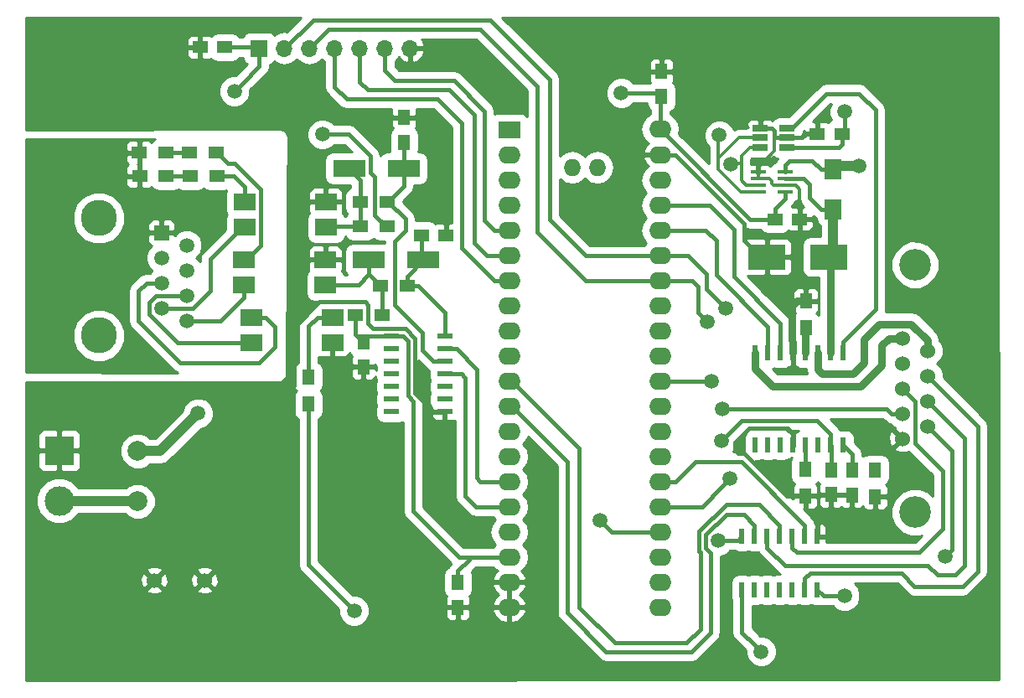
<source format=gbr>
%TF.GenerationSoftware,KiCad,Pcbnew,4.0.7*%
%TF.CreationDate,2018-03-19T17:58:48+01:00*%
%TF.ProjectId,dispenser,64697370656E7365722E6B696361645F,A*%
%TF.FileFunction,Copper,L2,Bot,Signal*%
%FSLAX46Y46*%
G04 Gerber Fmt 4.6, Leading zero omitted, Abs format (unit mm)*
G04 Created by KiCad (PCBNEW 4.0.7) date 03/19/18 17:58:48*
%MOMM*%
%LPD*%
G01*
G04 APERTURE LIST*
%ADD10C,0.100000*%
%ADD11R,1.500000X1.300000*%
%ADD12C,1.524000*%
%ADD13C,3.200000*%
%ADD14R,1.500000X1.250000*%
%ADD15R,1.250000X1.500000*%
%ADD16R,3.750000X2.500000*%
%ADD17R,3.300000X1.700000*%
%ADD18C,2.000000*%
%ADD19C,3.650000*%
%ADD20R,1.500000X1.500000*%
%ADD21C,1.500000*%
%ADD22R,1.700000X1.700000*%
%ADD23O,1.700000X1.700000*%
%ADD24R,3.000000X3.000000*%
%ADD25C,3.000000*%
%ADD26R,1.300000X1.500000*%
%ADD27R,1.700000X2.000000*%
%ADD28R,2.200000X1.700000*%
%ADD29R,1.500000X0.600000*%
%ADD30R,2.250000X1.727200*%
%ADD31O,2.250000X1.727200*%
%ADD32O,1.727200X1.727200*%
%ADD33R,1.560000X0.650000*%
%ADD34R,1.560000X0.400000*%
%ADD35R,0.600000X1.500000*%
%ADD36C,0.400000*%
%ADD37C,0.300000*%
%ADD38C,0.800000*%
%ADD39C,1.000000*%
%ADD40C,0.254000*%
G04 APERTURE END LIST*
D10*
D11*
X17520800Y51812000D03*
X20220800Y51812000D03*
D12*
X89461200Y25243600D03*
X89461200Y27783600D03*
X89461200Y30323600D03*
X89461200Y32863600D03*
X89461200Y35403600D03*
X92001200Y26513600D03*
X92001200Y29053600D03*
X92001200Y31593600D03*
X92001200Y34133600D03*
D13*
X90731200Y17823600D03*
X90731200Y42823600D03*
D14*
X21013600Y64816800D03*
X18513600Y64816800D03*
D15*
X35003600Y35028000D03*
X35003600Y32528000D03*
X44554000Y10745600D03*
X44554000Y8245600D03*
X65128000Y59858400D03*
X65128000Y62358400D03*
D14*
X76578000Y47443200D03*
X79078000Y47443200D03*
D15*
X82247600Y22104800D03*
X82247600Y19604800D03*
D14*
X83345200Y56079200D03*
X80845200Y56079200D03*
X40865600Y45817600D03*
X43365600Y45817600D03*
D15*
X39118400Y55235600D03*
X39118400Y57735600D03*
X84381200Y22094000D03*
X84381200Y19594000D03*
D16*
X82021492Y43620668D03*
X75771492Y43620668D03*
D11*
X17448400Y54148800D03*
X20148400Y54148800D03*
D17*
X41055600Y43328400D03*
X35555600Y43328400D03*
X39074400Y52574000D03*
X33574400Y52574000D03*
D18*
X12194400Y24024400D03*
X12184400Y18944400D03*
D19*
X8264901Y35698291D03*
X8264901Y47568291D03*
D20*
X14614901Y46078291D03*
D21*
X17154901Y44808291D03*
X14614901Y43538291D03*
X17154901Y42268291D03*
X14614901Y40998291D03*
X17154901Y39728291D03*
X14614901Y38458291D03*
X17154901Y37188291D03*
D22*
X24488000Y64715200D03*
D23*
X27028000Y64715200D03*
X29568000Y64715200D03*
X32108000Y64715200D03*
X34648000Y64715200D03*
X37188000Y64715200D03*
X39728000Y64715200D03*
D24*
X4269600Y24075200D03*
D25*
X4269600Y18995200D03*
D11*
X15068400Y54148800D03*
X12368400Y54148800D03*
X15090000Y51812000D03*
X12390000Y51812000D03*
D26*
X29466400Y31470400D03*
X29466400Y28770400D03*
D11*
X36912400Y37740400D03*
X34212400Y37740400D03*
X34677101Y46704691D03*
X37377101Y46704691D03*
X36701600Y40737600D03*
X39401600Y40737600D03*
X34720400Y49221200D03*
X37420400Y49221200D03*
D27*
X82477892Y52453268D03*
X82477892Y48453268D03*
D26*
X86718000Y22123200D03*
X86718000Y19423200D03*
X79707600Y36492000D03*
X79707600Y39192000D03*
X79656800Y22174000D03*
X79656800Y19474000D03*
D28*
X31861501Y37509891D03*
X31861501Y34969891D03*
X23661501Y34969891D03*
X23661501Y37509891D03*
X22950301Y40811891D03*
X22950301Y43351891D03*
X31150301Y43351891D03*
X31150301Y40811891D03*
X23022301Y46653891D03*
X23022301Y49193891D03*
X31222301Y49193891D03*
X31222301Y46653891D03*
D29*
X43240800Y35606800D03*
X43240800Y34336800D03*
X43240800Y33066800D03*
X43240800Y31796800D03*
X43240800Y30526800D03*
X43240800Y29256800D03*
X43240800Y27986800D03*
X37840800Y27986800D03*
X37840800Y29256800D03*
X37840800Y30526800D03*
X37840800Y31796800D03*
X37840800Y33066800D03*
X37840800Y34336800D03*
X37840800Y35606800D03*
D30*
X49735600Y56485600D03*
D31*
X49735600Y53945600D03*
X49735600Y51405600D03*
X49735600Y48865600D03*
X49735600Y46325600D03*
X49735600Y43785600D03*
X49735600Y41245600D03*
X49735600Y38705600D03*
X49735600Y36165600D03*
X49735600Y33625600D03*
X49735600Y31085600D03*
X49735600Y28545600D03*
X49735600Y26005600D03*
X49735600Y23465600D03*
X49735600Y20925600D03*
X49735600Y18385600D03*
X49735600Y15845600D03*
X49735600Y13305600D03*
X49735600Y10765600D03*
X49735600Y8225600D03*
X64975600Y8225600D03*
X64975600Y10765600D03*
X64975600Y13305600D03*
X64975600Y15845600D03*
X64975600Y18385600D03*
X64975600Y20925600D03*
X64975600Y23465600D03*
X64975600Y26005600D03*
X64975600Y28545600D03*
X64975600Y31085600D03*
X64975600Y33625600D03*
X64975600Y36165600D03*
X64975600Y38705600D03*
X64975600Y41245600D03*
X64975600Y43785600D03*
X64975600Y46325600D03*
X64975600Y48865600D03*
X64975600Y51405600D03*
X64975600Y53945600D03*
X64975600Y56536400D03*
D32*
X58635600Y52675600D03*
X56095600Y52675600D03*
D33*
X77821532Y56616206D03*
X77821532Y55666206D03*
X77821532Y54716206D03*
X75121532Y54716206D03*
X75121532Y56616206D03*
X75121532Y55666206D03*
D34*
X77604892Y52195268D03*
X77604892Y51545268D03*
X77604892Y50885268D03*
X77604892Y50235268D03*
X74904892Y50235268D03*
X74904892Y50885268D03*
X74904892Y51545268D03*
X74904892Y52195268D03*
D35*
X74602200Y33906800D03*
X75872200Y33906800D03*
X77142200Y33906800D03*
X78412200Y33906800D03*
X79682200Y33906800D03*
X80952200Y33906800D03*
X82222200Y33906800D03*
X83492200Y33906800D03*
X83492200Y24606800D03*
X82222200Y24606800D03*
X80952200Y24606800D03*
X79682200Y24606800D03*
X78412200Y24606800D03*
X77142200Y24606800D03*
X75872200Y24606800D03*
X74602200Y24606800D03*
X73256000Y15396000D03*
X74526000Y15396000D03*
X75796000Y15396000D03*
X77066000Y15396000D03*
X78336000Y15396000D03*
X79606000Y15396000D03*
X80876000Y15396000D03*
X80876000Y9996000D03*
X79606000Y9996000D03*
X78336000Y9996000D03*
X77066000Y9996000D03*
X75796000Y9996000D03*
X74526000Y9996000D03*
X73256000Y9996000D03*
D12*
X13870800Y10943400D03*
X18950800Y10943400D03*
D21*
X85041600Y52828000D03*
X18290400Y27834400D03*
X70208000Y31085600D03*
X75204043Y3762021D03*
X93779200Y13356400D03*
X83611938Y58300029D03*
X61064000Y60194000D03*
X30848686Y56006468D03*
X72047515Y21220009D03*
X83619200Y9394000D03*
X69777821Y37077203D03*
X70970000Y55926800D03*
X71613869Y38477062D03*
X72087600Y53031200D03*
X58949119Y16974701D03*
X34075477Y7877017D03*
X71274800Y28291600D03*
X70868400Y14982000D03*
X71224000Y25091200D03*
X21977542Y60370769D03*
D36*
X49735600Y23465600D02*
X49997000Y23465600D01*
X49735600Y26005600D02*
X49997000Y26005600D01*
X27561400Y30272800D02*
X10137000Y30272800D01*
X10137000Y30272800D02*
X9857600Y30272800D01*
X9857600Y26259600D02*
X9857600Y29993400D01*
X9857600Y29993400D02*
X10137000Y30272800D01*
X9857600Y26259600D02*
X7673200Y24075200D01*
X7673200Y24075200D02*
X4269600Y24075200D01*
X27967800Y30679200D02*
X27561400Y30272800D01*
X27967800Y36466192D02*
X27967800Y30679200D01*
X35166202Y39086600D02*
X30588208Y39086600D01*
X30588208Y39086600D02*
X27967800Y36466192D01*
X40236000Y35429000D02*
X39258199Y36406801D01*
X39258199Y36406801D02*
X35945997Y36406801D01*
X35945997Y36406801D02*
X35462401Y36890397D01*
X35462401Y36890397D02*
X35462401Y38790401D01*
X35462401Y38790401D02*
X35166202Y39086600D01*
X40236000Y29841600D02*
X40236000Y35429000D01*
X43240800Y27986800D02*
X42090800Y27986800D01*
X42090800Y27986800D02*
X40236000Y29841600D01*
X73967200Y26310400D02*
X77858600Y26310400D01*
X77858600Y26310400D02*
X78412200Y25756800D01*
X78412200Y25756800D02*
X78412200Y24606800D01*
X72544800Y24888000D02*
X73967200Y26310400D01*
X72544800Y24126000D02*
X72544800Y24888000D01*
X72849600Y23821200D02*
X72544800Y24126000D01*
X73437798Y23821200D02*
X72849600Y23821200D01*
X79656800Y19474000D02*
X77784998Y19474000D01*
X77784998Y19474000D02*
X73437798Y23821200D01*
X80845200Y56079200D02*
X79695200Y56079200D01*
X79695200Y56079200D02*
X79282206Y55666206D01*
X79282206Y55666206D02*
X79001532Y55666206D01*
D37*
X74904892Y52195268D02*
X74904892Y51545268D01*
X76253200Y51050000D02*
X76417932Y50885268D01*
X76417932Y50885268D02*
X77604892Y50885268D01*
X76253200Y51302424D02*
X76253200Y51050000D01*
X75997624Y51558000D02*
X76253200Y51302424D01*
X74904892Y51545268D02*
X75984892Y51545268D01*
X75984892Y51545268D02*
X75997624Y51558000D01*
D36*
X73496492Y45270668D02*
X75146492Y43620668D01*
X64975600Y53945600D02*
X66500600Y53945600D01*
X66500600Y53945600D02*
X73496492Y46949708D01*
X73496492Y46949708D02*
X73496492Y45270668D01*
X75146492Y43620668D02*
X75771492Y43620668D01*
X86718000Y19523200D02*
X86718000Y19423200D01*
X77821532Y55666206D02*
X79001532Y55666206D01*
D37*
X77604892Y50885268D02*
X78684892Y50885268D01*
X78684892Y50885268D02*
X79078000Y50492160D01*
X79078000Y50492160D02*
X79078000Y47443200D01*
X74904892Y52195268D02*
X74904892Y52695268D01*
X74904892Y52695268D02*
X76541531Y54331907D01*
X76541531Y54331907D02*
X76541531Y55766207D01*
D36*
X75121532Y56616206D02*
X76301532Y56616206D01*
X76541531Y56376207D02*
X76541531Y55766207D01*
X76301532Y56616206D02*
X76541531Y56376207D01*
X76541531Y55766207D02*
X76641532Y55666206D01*
X76641532Y55666206D02*
X77821532Y55666206D01*
D38*
X79707600Y39192000D02*
X78769283Y39192000D01*
X78769283Y39192000D02*
X78257600Y38680317D01*
X78257600Y38680317D02*
X78257600Y35221771D01*
X78257600Y35221771D02*
X78412200Y35067171D01*
X78412200Y35067171D02*
X78412200Y33906800D01*
D39*
X14480400Y24024400D02*
X12194400Y24024400D01*
X14480400Y24024400D02*
X18290400Y27834400D01*
X85041600Y52828000D02*
X82852624Y52828000D01*
X82852624Y52828000D02*
X82477892Y52453268D01*
X18087200Y28037600D02*
X18290400Y27834400D01*
D36*
X78007492Y53323468D02*
X77604892Y52920868D01*
X77604892Y52920868D02*
X77604892Y52195268D01*
X80357692Y53323468D02*
X78007492Y53323468D01*
X81227892Y52453268D02*
X80357692Y53323468D01*
X82477892Y52453268D02*
X81227892Y52453268D01*
X15090000Y51812000D02*
X17520800Y51812000D01*
D39*
X4269600Y18995200D02*
X11473200Y18995200D01*
X11473200Y18995200D02*
X11524000Y18944400D01*
D36*
X70208000Y31085600D02*
X64975600Y31085600D01*
X74454044Y4512020D02*
X75204043Y3762021D01*
X73256000Y5710064D02*
X74454044Y4512020D01*
X73256000Y9996000D02*
X73256000Y5710064D01*
X92001200Y26513600D02*
X94449994Y24064806D01*
X94449994Y24064806D02*
X94449994Y14027194D01*
X94449994Y14027194D02*
X93779200Y13356400D01*
X40017288Y17954070D02*
X44665758Y13305600D01*
X39485189Y29602446D02*
X40017288Y29070347D01*
X38990800Y35606800D02*
X39485189Y35112411D01*
X40017288Y29070347D02*
X40017288Y17954070D01*
X39485189Y35112411D02*
X39485189Y29602446D01*
X37840800Y35606800D02*
X38990800Y35606800D01*
X44665758Y13305600D02*
X45671600Y13305600D01*
X45671600Y13305600D02*
X49735600Y13305600D01*
X44554000Y10745600D02*
X44554000Y11895600D01*
X44554000Y11895600D02*
X45671600Y13013200D01*
X45671600Y13013200D02*
X45671600Y13305600D01*
X83611938Y58300029D02*
X83611938Y56345938D01*
X83611938Y56345938D02*
X83345200Y56079200D01*
X61064000Y60194000D02*
X64792400Y60194000D01*
X64792400Y60194000D02*
X65128000Y59858400D01*
X83345200Y55054200D02*
X83345200Y56079200D01*
X77821532Y54716206D02*
X83007206Y54716206D01*
X83007206Y54716206D02*
X83345200Y55054200D01*
X31909346Y56006468D02*
X30848686Y56006468D01*
X35724401Y53824001D02*
X33541934Y56006468D01*
X37377101Y46704691D02*
X37277101Y46704691D01*
X35724401Y52165737D02*
X35724401Y53824001D01*
X33541934Y56006468D02*
X31909346Y56006468D01*
X36170399Y51719739D02*
X35724401Y52165737D01*
X37277101Y46704691D02*
X36170399Y47811393D01*
X36170399Y47811393D02*
X36170399Y51719739D01*
X74068800Y47443200D02*
X64975600Y56536400D01*
X76578000Y47443200D02*
X74068800Y47443200D01*
X64975600Y56536400D02*
X64975600Y59706000D01*
X64975600Y59706000D02*
X65128000Y59858400D01*
X34212400Y37740400D02*
X34212400Y35819200D01*
X34212400Y35819200D02*
X35003600Y35028000D01*
X37840800Y35606800D02*
X35582400Y35606800D01*
X35582400Y35606800D02*
X35003600Y35028000D01*
X76578000Y47443200D02*
X76578000Y48468200D01*
X76578000Y48468200D02*
X77604892Y49495092D01*
X77604892Y49495092D02*
X77604892Y50185267D01*
X36912400Y37740400D02*
X36912400Y40526800D01*
X36912400Y40526800D02*
X36701600Y40737600D01*
X31150301Y40811891D02*
X34483891Y40811891D01*
X34483891Y40811891D02*
X35555600Y41883600D01*
X35555600Y43328400D02*
X35555600Y41883600D01*
X35555600Y41883600D02*
X36701600Y40737600D01*
X36854000Y40585200D02*
X36701600Y40737600D01*
X31302701Y40964291D02*
X31150301Y40811891D01*
X34720400Y49221200D02*
X34720400Y51428000D01*
X34720400Y51428000D02*
X33574400Y52574000D01*
X34720400Y49221200D02*
X34720400Y46747990D01*
X34720400Y46747990D02*
X34677101Y46704691D01*
X34677101Y46704691D02*
X31273101Y46704691D01*
X31273101Y46704691D02*
X31222301Y46653891D01*
X73192206Y22959794D02*
X68534794Y22959794D01*
X79606000Y16546000D02*
X73192206Y22959794D01*
X79606000Y15396000D02*
X79606000Y16546000D01*
X68534794Y22959794D02*
X66500600Y20925600D01*
X66500600Y20925600D02*
X64975600Y20925600D01*
X71297516Y20470010D02*
X72047515Y21220009D01*
X64975600Y18385600D02*
X69213106Y18385600D01*
X69213106Y18385600D02*
X71297516Y20470010D01*
X83619200Y9394000D02*
X81478000Y9394000D01*
X81478000Y9394000D02*
X80876000Y9996000D01*
X29568000Y64715200D02*
X31511248Y66658448D01*
X31511248Y66658448D02*
X46802388Y66658448D01*
X52588106Y46102209D02*
X57444715Y41245600D01*
X46802388Y66658448D02*
X52588106Y60872730D01*
X52588106Y60872730D02*
X52588106Y46102209D01*
X57444715Y41245600D02*
X63450600Y41245600D01*
X63450600Y41245600D02*
X64975600Y41245600D01*
X64975600Y41245600D02*
X68226800Y41245600D01*
X68226800Y41245600D02*
X68836400Y40636000D01*
X68836400Y40636000D02*
X68836400Y38018624D01*
X68836400Y38018624D02*
X69777821Y37077203D01*
X69405397Y37077203D02*
X69777821Y37077203D01*
X64975600Y41245600D02*
X65237000Y41245600D01*
D37*
X70887598Y53285200D02*
X70887598Y53607202D01*
X70887598Y52455198D02*
X70887598Y53285200D01*
X70887598Y53285200D02*
X70887598Y55844398D01*
X70887598Y55844398D02*
X70970000Y55926800D01*
X74041532Y55666206D02*
X75121532Y55666206D01*
X72946602Y55666206D02*
X74041532Y55666206D01*
X70887598Y53607202D02*
X72946602Y55666206D01*
X73107528Y50235268D02*
X70887598Y52455198D01*
X74904892Y50235268D02*
X73107528Y50235268D01*
D36*
X27028000Y64715200D02*
X29912318Y67599518D01*
X29912318Y67599518D02*
X47805103Y67599518D01*
X47805103Y67599518D02*
X53850400Y61554221D01*
X53850400Y61554221D02*
X53850400Y47443200D01*
X53850400Y47443200D02*
X57508000Y43785600D01*
X57508000Y43785600D02*
X64975600Y43785600D01*
X69700000Y41906000D02*
X69700000Y40382000D01*
X71613869Y38477062D02*
X70863870Y39227061D01*
X70854939Y39227061D02*
X69700000Y40382000D01*
D37*
X70863870Y39227061D02*
X70854939Y39227061D01*
D36*
X67820400Y43785600D02*
X69700000Y41906000D01*
X66500600Y43785600D02*
X67820400Y43785600D01*
X64975600Y43785600D02*
X66500600Y43785600D01*
D37*
X73205200Y53082000D02*
X72138400Y53082000D01*
X73205200Y53879874D02*
X73205200Y53082000D01*
X73205200Y53082000D02*
X73205200Y51354800D01*
X72138400Y53082000D02*
X72087600Y53031200D01*
X73205200Y51354800D02*
X73674732Y50885268D01*
X74041532Y54716206D02*
X73205200Y53879874D01*
X75121532Y54716206D02*
X74041532Y54716206D01*
X73674732Y50885268D02*
X74904892Y50885268D01*
D36*
X59699118Y16224702D02*
X58949119Y16974701D01*
X60078220Y15845600D02*
X59699118Y16224702D01*
X64975600Y15845600D02*
X60078220Y15845600D01*
X33325478Y8627016D02*
X34075477Y7877017D01*
X29466400Y12486094D02*
X33325478Y8627016D01*
X29466400Y28770400D02*
X29466400Y12486094D01*
X64714200Y15845600D02*
X64975600Y15845600D01*
X75872200Y33906800D02*
X75872200Y36571068D01*
X75872200Y36571068D02*
X70636620Y41806648D01*
X70636620Y41806648D02*
X70636620Y45251312D01*
X70636620Y45251312D02*
X69562332Y46325600D01*
X69562332Y46325600D02*
X65229600Y46325600D01*
X65229600Y48865600D02*
X69995621Y48865600D01*
X69995621Y48865600D02*
X72449601Y46411620D01*
X72449601Y46411620D02*
X72449601Y41625349D01*
X72449601Y41625349D02*
X77142200Y36932750D01*
X77142200Y36932750D02*
X77142200Y33906800D01*
X77066000Y16546000D02*
X77066000Y15396000D01*
X75003202Y18608798D02*
X77066000Y16546000D01*
X71655231Y18608798D02*
X75003202Y18608798D01*
X68918388Y13888845D02*
X68918388Y15871955D01*
X67617200Y4618800D02*
X69039600Y6041200D01*
X68918388Y15871955D02*
X71655231Y18608798D01*
X60403600Y4618800D02*
X67617200Y4618800D01*
X49997000Y31085600D02*
X56796800Y24285800D01*
X56796800Y8225600D02*
X60403600Y4618800D01*
X69039600Y13767633D02*
X68918388Y13888845D01*
X49735600Y31085600D02*
X49997000Y31085600D01*
X69039600Y6041200D02*
X69039600Y13767633D01*
X56796800Y24285800D02*
X56796800Y8225600D01*
X73448400Y17623600D02*
X74526000Y16546000D01*
X69618399Y15582001D02*
X71659998Y17623600D01*
X59540000Y3755200D02*
X68176000Y3755200D01*
X55577600Y22965000D02*
X55577600Y7717600D01*
X49997000Y28545600D02*
X55577600Y22965000D01*
X71659998Y17623600D02*
X73448400Y17623600D01*
X49735600Y28545600D02*
X49997000Y28545600D01*
X70055600Y13741598D02*
X69618399Y14178799D01*
X55577600Y7717600D02*
X59540000Y3755200D01*
X70055600Y5634800D02*
X70055600Y13741598D01*
X74526000Y16546000D02*
X74526000Y15396000D01*
X68176000Y3755200D02*
X70055600Y5634800D01*
X69618399Y14178799D02*
X69618399Y15582001D01*
X32108000Y62530800D02*
X32108000Y64715200D01*
X33327200Y59584400D02*
X32108000Y60803600D01*
X32108000Y60803600D02*
X32108000Y62530800D01*
X42522000Y59584400D02*
X33327200Y59584400D01*
X44960400Y57146000D02*
X42522000Y59584400D01*
X44960400Y44495800D02*
X44960400Y57146000D01*
X49735600Y41245600D02*
X48210600Y41245600D01*
X48210600Y41245600D02*
X44960400Y44495800D01*
X49735600Y46325600D02*
X48210600Y46325600D01*
X48210600Y46325600D02*
X47246400Y47289800D01*
X47246400Y47289800D02*
X47246400Y58365200D01*
X47246400Y58365200D02*
X44147600Y61464000D01*
X44147600Y61464000D02*
X38204000Y61464000D01*
X38204000Y61464000D02*
X37188000Y62480000D01*
X37188000Y62480000D02*
X37188000Y64715200D01*
X34648000Y62530800D02*
X34648000Y64715200D01*
X47805200Y43734800D02*
X47856000Y43785600D01*
X47856000Y43785600D02*
X49735600Y43785600D01*
X47500400Y43734800D02*
X47805200Y43734800D01*
X46179600Y45055600D02*
X47500400Y43734800D01*
X46179600Y57958800D02*
X46179600Y45055600D01*
X43639600Y60498800D02*
X46179600Y57958800D01*
X35477919Y60498800D02*
X43639600Y60498800D01*
X34648000Y62530800D02*
X34648000Y61328719D01*
X34648000Y61328719D02*
X35477919Y60498800D01*
X43240800Y34336800D02*
X44390800Y34336800D01*
X44390800Y34336800D02*
X46441270Y32286330D01*
X46441270Y21324330D02*
X46840000Y20925600D01*
X46441270Y32286330D02*
X46441270Y21324330D01*
X46840000Y20925600D02*
X49735600Y20925600D01*
X49474200Y20925600D02*
X49735600Y20925600D01*
X49735600Y18385600D02*
X46382800Y18385600D01*
X46382800Y18385600D02*
X45304451Y19463949D01*
X45304451Y19463949D02*
X45304451Y31401949D01*
X45304451Y31401949D02*
X44909600Y31796800D01*
X44909600Y31796800D02*
X43240800Y31796800D01*
X12245200Y40178800D02*
X13064691Y40998291D01*
X13064691Y40998291D02*
X14614901Y40998291D01*
X12245200Y37181600D02*
X12245200Y40178800D01*
X16512400Y32914400D02*
X12245200Y37181600D01*
X24456012Y32914400D02*
X16512400Y32914400D01*
X26062800Y36608592D02*
X26062800Y34521188D01*
X26062800Y34521188D02*
X24456012Y32914400D01*
X23661501Y37509891D02*
X25161501Y37509891D01*
X25161501Y37509891D02*
X26062800Y36608592D01*
X24034301Y37509891D02*
X23784301Y37509891D01*
X83492200Y33906800D02*
X83492200Y35056800D01*
X83492200Y35056800D02*
X86769943Y38334543D01*
X86769943Y38334543D02*
X86769943Y58465657D01*
X86769943Y58465657D02*
X85092400Y60143200D01*
X81803526Y60143200D02*
X79001532Y57341206D01*
X85092400Y60143200D02*
X81803526Y60143200D01*
X78276532Y56616206D02*
X79001532Y57341206D01*
X77821532Y56616206D02*
X78276532Y56616206D01*
X39401600Y40737600D02*
X40551600Y40737600D01*
X40551600Y40737600D02*
X43240800Y38048400D01*
X43240800Y38048400D02*
X43240800Y36306800D01*
X43240800Y36306800D02*
X43240800Y35606800D01*
X39401600Y40737600D02*
X39401600Y41674400D01*
X39401600Y41674400D02*
X41055600Y43328400D01*
X40865600Y45817600D02*
X40865600Y43518400D01*
X40865600Y43518400D02*
X41055600Y43328400D01*
X38151599Y45179187D02*
X39270800Y46298388D01*
X38151599Y38801203D02*
X38151599Y45179187D01*
X43240800Y33066800D02*
X42090800Y33066800D01*
X39270800Y47470800D02*
X37520400Y49221200D01*
X40936011Y36016791D02*
X38151599Y38801203D01*
X42090800Y33066800D02*
X40936011Y34221589D01*
X40936011Y34221589D02*
X40936011Y36016791D01*
X39270800Y46298388D02*
X39270800Y47470800D01*
X39074400Y52574000D02*
X39074400Y55191600D01*
X39074400Y55191600D02*
X39118400Y55235600D01*
X37520400Y49221200D02*
X37420400Y49221200D01*
X38996800Y52651600D02*
X39074400Y52574000D01*
X39074400Y52574000D02*
X39074400Y50775200D01*
X39074400Y50775200D02*
X37520400Y49221200D01*
X84482800Y22195600D02*
X84381200Y22094000D01*
X84381200Y22094000D02*
X84381200Y23717800D01*
X84381200Y23717800D02*
X83492200Y24606800D01*
X15068400Y54148800D02*
X17448400Y54148800D01*
X21967394Y53098800D02*
X24622302Y50443892D01*
X23200301Y43351891D02*
X22950301Y43351891D01*
X24622302Y44773892D02*
X23200301Y43351891D01*
X20148400Y54148800D02*
X20248400Y54148800D01*
X21298400Y53098800D02*
X21967394Y53098800D01*
X24622302Y50443892D02*
X24622302Y44773892D01*
X20248400Y54148800D02*
X21298400Y53098800D01*
X23022301Y50686899D02*
X21897200Y51812000D01*
X21897200Y51812000D02*
X20220800Y51812000D01*
X23022301Y49193891D02*
X23022301Y50686899D01*
X17154901Y39728291D02*
X14034899Y39728291D01*
X14034899Y39728291D02*
X13364900Y39058292D01*
X13364900Y39058292D02*
X13364900Y37858290D01*
X13364900Y37858290D02*
X16253299Y34969891D01*
X16253299Y34969891D02*
X23661501Y34969891D01*
X20576701Y37188291D02*
X17154901Y37188291D01*
X22950301Y39561891D02*
X20576701Y37188291D01*
X22950301Y40811891D02*
X22950301Y39561891D01*
X87875570Y28291600D02*
X71274800Y28291600D01*
X88383570Y27783600D02*
X87875570Y28291600D01*
X89461200Y27783600D02*
X88383570Y27783600D01*
X70868400Y14982000D02*
X72842000Y14982000D01*
X72842000Y14982000D02*
X73256000Y15396000D01*
X92001200Y29053600D02*
X95780829Y25273971D01*
X75796000Y14246000D02*
X75796000Y15396000D01*
X95780829Y25273971D02*
X95780829Y12461462D01*
X95780829Y12461462D02*
X94795248Y11475881D01*
X94795248Y11475881D02*
X93007452Y11475881D01*
X93007452Y11475881D02*
X92021872Y12461461D01*
X92021872Y12461461D02*
X77580539Y12461461D01*
X77580539Y12461461D02*
X75796000Y14246000D01*
X31861501Y37509891D02*
X30361501Y37509891D01*
X30361501Y37509891D02*
X29466400Y36614790D01*
X29466400Y36614790D02*
X29466400Y31470400D01*
D38*
X79682200Y33906800D02*
X79682200Y36466600D01*
X79682200Y36466600D02*
X79707600Y36492000D01*
D36*
X79656800Y22174000D02*
X79656800Y24581400D01*
X79656800Y24581400D02*
X79682200Y24606800D01*
D38*
X89461200Y35403600D02*
X88094934Y35403600D01*
X87393518Y32705858D02*
X85282849Y30595189D01*
X88094934Y35403600D02*
X87393518Y34702184D01*
X87393518Y34702184D02*
X87393518Y32705858D01*
X85282849Y30595189D02*
X76363811Y30595189D01*
X76363811Y30595189D02*
X74602200Y32356800D01*
X74602200Y32356800D02*
X74602200Y33906800D01*
X92001200Y34133600D02*
X92001200Y35211230D01*
X92001200Y35211230D02*
X90346829Y36865601D01*
X85549600Y32914400D02*
X84444159Y31808959D01*
X90346829Y36865601D02*
X87113201Y36865601D01*
X84444159Y31808959D02*
X81371841Y31808959D01*
X87113201Y36865601D02*
X85549600Y35302000D01*
X81371841Y31808959D02*
X80952200Y32228600D01*
X85549600Y35302000D02*
X85549600Y32914400D01*
X80952200Y32228600D02*
X80952200Y33906800D01*
X82222200Y33906800D02*
X82222200Y43419960D01*
X82222200Y43419960D02*
X82021492Y43620668D01*
X82021492Y43620668D02*
X82646492Y43620668D01*
D36*
X81227892Y48453268D02*
X80064892Y49616268D01*
X80064892Y49616268D02*
X80064892Y50961268D01*
X80064892Y50961268D02*
X79480892Y51545268D01*
X79480892Y51545268D02*
X77604892Y51545268D01*
X81227892Y48453268D02*
X82477892Y48453268D01*
D39*
X82477892Y48453268D02*
X82477892Y44077068D01*
X82477892Y44077068D02*
X82021492Y43620668D01*
D36*
X19509600Y43391190D02*
X19509600Y40232988D01*
X19509600Y40232988D02*
X17734903Y38458291D01*
X17734903Y38458291D02*
X14614901Y38458291D01*
X22772301Y46653891D02*
X19509600Y43391190D01*
X23022301Y46653891D02*
X22772301Y46653891D01*
X21013600Y64816800D02*
X24386400Y64816800D01*
X24386400Y64816800D02*
X24488000Y64715200D01*
X73408398Y27123201D02*
X73256001Y27123201D01*
X73256001Y27123201D02*
X71224000Y25091200D01*
X22727541Y61120768D02*
X21977542Y60370769D01*
X24488000Y62881227D02*
X22727541Y61120768D01*
X24488000Y64715200D02*
X24488000Y62881227D01*
X80855799Y27123201D02*
X73408398Y27123201D01*
X82222200Y24606800D02*
X82222200Y25756800D01*
X82222200Y25756800D02*
X80855799Y27123201D01*
X82247600Y22104800D02*
X82247600Y24581400D01*
X82247600Y24581400D02*
X82222200Y24606800D01*
X78336000Y15396000D02*
X78336000Y14246000D01*
X78336000Y14246000D02*
X78791152Y13790848D01*
X78791152Y13790848D02*
X91165648Y13790848D01*
X90723201Y29061599D02*
X90223199Y29561601D01*
X91165648Y13790848D02*
X93523525Y16148725D01*
X93523525Y16148725D02*
X93523525Y21991309D01*
X90723201Y24791633D02*
X90723201Y29061599D01*
X90223199Y29561601D02*
X89461200Y30323600D01*
X93523525Y21991309D02*
X90723201Y24791633D01*
X92001200Y31593600D02*
X97064375Y26530425D01*
X97064375Y11888449D02*
X95528704Y10352778D01*
X95528704Y10352778D02*
X90669564Y10352778D01*
X97064375Y26530425D02*
X97064375Y11888449D01*
X89363097Y11659245D02*
X80119245Y11659245D01*
X90669564Y10352778D02*
X89363097Y11659245D01*
X80119245Y11659245D02*
X79606000Y11146000D01*
X79606000Y11146000D02*
X79606000Y9996000D01*
D40*
G36*
X27242742Y66382339D02*
X27028000Y66425054D01*
X26386240Y66297400D01*
X26010946Y66046636D01*
X25942413Y66153139D01*
X25666052Y66341969D01*
X25338000Y66408401D01*
X23638000Y66408401D01*
X23331532Y66350735D01*
X23050061Y66169613D01*
X22861231Y65893252D01*
X22851217Y65843800D01*
X22487662Y65843800D01*
X22368013Y66029739D01*
X22091652Y66218569D01*
X21763600Y66285001D01*
X20263600Y66285001D01*
X19957132Y66227335D01*
X19675661Y66046213D01*
X19627580Y65975845D01*
X19623298Y65980127D01*
X19389909Y66076800D01*
X18799350Y66076800D01*
X18640600Y65918050D01*
X18640600Y64943800D01*
X18660600Y64943800D01*
X18660600Y64689800D01*
X18640600Y64689800D01*
X18640600Y63715550D01*
X18799350Y63556800D01*
X19389909Y63556800D01*
X19623298Y63653473D01*
X19625710Y63655885D01*
X19659187Y63603861D01*
X19935548Y63415031D01*
X20263600Y63348599D01*
X21763600Y63348599D01*
X22070068Y63406265D01*
X22351539Y63587387D01*
X22489842Y63789800D01*
X22808987Y63789800D01*
X22852465Y63558732D01*
X23033587Y63277261D01*
X23270060Y63115685D01*
X22102035Y61947660D01*
X21665234Y61948042D01*
X21085410Y61708464D01*
X20641406Y61265234D01*
X20400817Y60685830D01*
X20400269Y60058461D01*
X20639847Y59478637D01*
X21083077Y59034633D01*
X21662481Y58794044D01*
X22289850Y58793496D01*
X22869674Y59033074D01*
X23313678Y59476304D01*
X23554267Y60055708D01*
X23554651Y60495480D01*
X25214199Y62155028D01*
X25436824Y62488211D01*
X25515000Y62881227D01*
X25515000Y63055304D01*
X25644468Y63079665D01*
X25925939Y63260787D01*
X26010273Y63384213D01*
X26386240Y63133000D01*
X27028000Y63005346D01*
X27669760Y63133000D01*
X28213818Y63496528D01*
X28298000Y63622515D01*
X28382182Y63496528D01*
X28926240Y63133000D01*
X29568000Y63005346D01*
X30209760Y63133000D01*
X30753818Y63496528D01*
X30838000Y63622515D01*
X30922182Y63496528D01*
X31081000Y63390409D01*
X31081000Y60803600D01*
X31159176Y60410584D01*
X31381801Y60077401D01*
X32601001Y58858201D01*
X32934184Y58635576D01*
X33327200Y58557400D01*
X37858400Y58557400D01*
X37858400Y58021350D01*
X38017150Y57862600D01*
X38991400Y57862600D01*
X38991400Y57882600D01*
X39245400Y57882600D01*
X39245400Y57862600D01*
X40219650Y57862600D01*
X40378400Y58021350D01*
X40378400Y58557400D01*
X42096602Y58557400D01*
X43933400Y56720603D01*
X43933400Y47077600D01*
X43651350Y47077600D01*
X43492600Y46918850D01*
X43492600Y45944600D01*
X43512600Y45944600D01*
X43512600Y45690600D01*
X43492600Y45690600D01*
X43492600Y45670600D01*
X43238600Y45670600D01*
X43238600Y45690600D01*
X43218600Y45690600D01*
X43218600Y45944600D01*
X43238600Y45944600D01*
X43238600Y46918850D01*
X43079850Y47077600D01*
X42489291Y47077600D01*
X42255902Y46980927D01*
X42253490Y46978515D01*
X42220013Y47030539D01*
X41943652Y47219369D01*
X41615600Y47285801D01*
X40297800Y47285801D01*
X40297800Y47470800D01*
X40219624Y47863816D01*
X39996999Y48196999D01*
X39996996Y48197001D01*
X39013601Y49180397D01*
X39013601Y49262003D01*
X39800599Y50049001D01*
X40023224Y50382184D01*
X40101401Y50775200D01*
X40101400Y50775205D01*
X40101400Y50880799D01*
X40724400Y50880799D01*
X41030868Y50938465D01*
X41312339Y51119587D01*
X41501169Y51395948D01*
X41567601Y51724000D01*
X41567601Y53424000D01*
X41509935Y53730468D01*
X41328813Y54011939D01*
X41052452Y54200769D01*
X40724400Y54267201D01*
X40542374Y54267201D01*
X40586601Y54485600D01*
X40586601Y55985600D01*
X40528935Y56292068D01*
X40347813Y56573539D01*
X40277445Y56621620D01*
X40281727Y56625902D01*
X40378400Y56859291D01*
X40378400Y57449850D01*
X40219650Y57608600D01*
X39245400Y57608600D01*
X39245400Y57588600D01*
X38991400Y57588600D01*
X38991400Y57608600D01*
X38017150Y57608600D01*
X37858400Y57449850D01*
X37858400Y56859291D01*
X37955073Y56625902D01*
X37957485Y56623490D01*
X37905461Y56590013D01*
X37716631Y56313652D01*
X37650199Y55985600D01*
X37650199Y54485600D01*
X37691294Y54267201D01*
X37424400Y54267201D01*
X37117932Y54209535D01*
X36836461Y54028413D01*
X36739088Y53885903D01*
X36673225Y54217017D01*
X36450600Y54550200D01*
X36450597Y54550202D01*
X34268133Y56732667D01*
X33934950Y56955292D01*
X33541934Y57033468D01*
X32051748Y57033468D01*
X31743151Y57342604D01*
X31163747Y57583193D01*
X30536378Y57583741D01*
X29956554Y57344163D01*
X29512550Y56900933D01*
X29271961Y56321529D01*
X29271413Y55694160D01*
X29510991Y55114336D01*
X29954221Y54670332D01*
X30533625Y54429743D01*
X31160994Y54429195D01*
X31740818Y54668773D01*
X32052056Y54979468D01*
X33116536Y54979468D01*
X33828803Y54267201D01*
X31924400Y54267201D01*
X31617932Y54209535D01*
X31336461Y54028413D01*
X31147631Y53752052D01*
X31081199Y53424000D01*
X31081199Y51724000D01*
X31138865Y51417532D01*
X31319987Y51136061D01*
X31596348Y50947231D01*
X31924400Y50880799D01*
X33693400Y50880799D01*
X33693400Y50662280D01*
X33663932Y50656735D01*
X33382461Y50475613D01*
X33193631Y50199252D01*
X33127199Y49871200D01*
X33127199Y48571200D01*
X33184865Y48264732D01*
X33365987Y47983261D01*
X33371184Y47979710D01*
X33339162Y47959104D01*
X33183777Y47731691D01*
X33122638Y47731691D01*
X33107836Y47810359D01*
X32926714Y48091830D01*
X32909956Y48103280D01*
X32957301Y48217581D01*
X32957301Y48908141D01*
X32798551Y49066891D01*
X31349301Y49066891D01*
X31349301Y49046891D01*
X31095301Y49046891D01*
X31095301Y49066891D01*
X29646051Y49066891D01*
X29487301Y48908141D01*
X29487301Y48217581D01*
X29533243Y48106667D01*
X29345532Y47831943D01*
X29279100Y47503891D01*
X29279100Y45803891D01*
X29336766Y45497423D01*
X29517888Y45215952D01*
X29794249Y45027122D01*
X30122301Y44960690D01*
X32322301Y44960690D01*
X32628769Y45018356D01*
X32910240Y45199478D01*
X33099070Y45475839D01*
X33139946Y45677691D01*
X33186952Y45677691D01*
X33322688Y45466752D01*
X33599049Y45277922D01*
X33927101Y45211490D01*
X35427101Y45211490D01*
X35733569Y45269156D01*
X36015040Y45450278D01*
X36025148Y45465071D01*
X36299049Y45277922D01*
X36627101Y45211490D01*
X37131024Y45211490D01*
X37124599Y45179187D01*
X37124599Y45021601D01*
X33905600Y45021601D01*
X33599132Y44963935D01*
X33317661Y44782813D01*
X33128831Y44506452D01*
X33062399Y44178400D01*
X33062399Y42478400D01*
X33120065Y42171932D01*
X33301187Y41890461D01*
X33376662Y41838891D01*
X33060197Y41838891D01*
X33035836Y41968359D01*
X32854714Y42249830D01*
X32837956Y42261280D01*
X32885301Y42375581D01*
X32885301Y43066141D01*
X32726551Y43224891D01*
X31277301Y43224891D01*
X31277301Y43204891D01*
X31023301Y43204891D01*
X31023301Y43224891D01*
X29574051Y43224891D01*
X29415301Y43066141D01*
X29415301Y42375581D01*
X29461243Y42264667D01*
X29273532Y41989943D01*
X29207100Y41661891D01*
X29207100Y39961891D01*
X29264766Y39655423D01*
X29445888Y39373952D01*
X29722249Y39185122D01*
X30050301Y39118690D01*
X30413484Y39118690D01*
X30173562Y38964304D01*
X29984732Y38687943D01*
X29933591Y38435400D01*
X29635302Y38236090D01*
X28740201Y37340989D01*
X28517576Y37007806D01*
X28439400Y36614790D01*
X28439400Y32960549D01*
X28228461Y32824813D01*
X28039631Y32548452D01*
X27973199Y32220400D01*
X27973199Y30720400D01*
X28030865Y30413932D01*
X28211987Y30132461D01*
X28226780Y30122353D01*
X28039631Y29848452D01*
X27973199Y29520400D01*
X27973199Y28020400D01*
X28030865Y27713932D01*
X28211987Y27432461D01*
X28439400Y27277076D01*
X28439400Y12486094D01*
X28517576Y12093078D01*
X28740201Y11759895D01*
X32498586Y8001511D01*
X32498204Y7564709D01*
X32737782Y6984885D01*
X33181012Y6540881D01*
X33760416Y6300292D01*
X34387785Y6299744D01*
X34967609Y6539322D01*
X35411613Y6982552D01*
X35652202Y7561956D01*
X35652549Y7959850D01*
X43294000Y7959850D01*
X43294000Y7369291D01*
X43390673Y7135902D01*
X43569301Y6957273D01*
X43802690Y6860600D01*
X44268250Y6860600D01*
X44427000Y7019350D01*
X44427000Y8118600D01*
X44681000Y8118600D01*
X44681000Y7019350D01*
X44839750Y6860600D01*
X45305310Y6860600D01*
X45538699Y6957273D01*
X45717327Y7135902D01*
X45814000Y7369291D01*
X45814000Y7866574D01*
X48019242Y7866574D01*
X48041073Y7769443D01*
X48324727Y7255732D01*
X48783378Y6889675D01*
X49347200Y6727000D01*
X49608600Y6727000D01*
X49608600Y8098600D01*
X49862600Y8098600D01*
X49862600Y6727000D01*
X50124000Y6727000D01*
X50687822Y6889675D01*
X51146473Y7255732D01*
X51430127Y7769443D01*
X51451958Y7866574D01*
X51330817Y8098600D01*
X49862600Y8098600D01*
X49608600Y8098600D01*
X48140383Y8098600D01*
X48019242Y7866574D01*
X45814000Y7866574D01*
X45814000Y7959850D01*
X45655250Y8118600D01*
X44681000Y8118600D01*
X44427000Y8118600D01*
X43452750Y8118600D01*
X43294000Y7959850D01*
X35652549Y7959850D01*
X35652750Y8189325D01*
X35413172Y8769149D01*
X34969942Y9213153D01*
X34390538Y9453742D01*
X33950765Y9454126D01*
X30493400Y12911492D01*
X30493400Y27280251D01*
X30704339Y27415987D01*
X30893169Y27692348D01*
X30959601Y28020400D01*
X30959601Y29520400D01*
X30901935Y29826868D01*
X30720813Y30108339D01*
X30706020Y30118447D01*
X30893169Y30392348D01*
X30959601Y30720400D01*
X30959601Y32220400D01*
X30955490Y32242250D01*
X33743600Y32242250D01*
X33743600Y31651691D01*
X33840273Y31418302D01*
X34018901Y31239673D01*
X34252290Y31143000D01*
X34717850Y31143000D01*
X34876600Y31301750D01*
X34876600Y32401000D01*
X33902350Y32401000D01*
X33743600Y32242250D01*
X30955490Y32242250D01*
X30901935Y32526868D01*
X30720813Y32808339D01*
X30493400Y32963724D01*
X30493400Y33543623D01*
X30635192Y33484891D01*
X31575751Y33484891D01*
X31734501Y33643641D01*
X31734501Y34842891D01*
X31714501Y34842891D01*
X31714501Y35096891D01*
X31734501Y35096891D01*
X31734501Y35116891D01*
X31988501Y35116891D01*
X31988501Y35096891D01*
X32008501Y35096891D01*
X32008501Y34842891D01*
X31988501Y34842891D01*
X31988501Y33643641D01*
X32147251Y33484891D01*
X33087810Y33484891D01*
X33321199Y33581564D01*
X33499828Y33760192D01*
X33591285Y33980990D01*
X33593065Y33971532D01*
X33774187Y33690061D01*
X33844555Y33641980D01*
X33840273Y33637698D01*
X33743600Y33404309D01*
X33743600Y32813750D01*
X33902350Y32655000D01*
X34876600Y32655000D01*
X34876600Y32675000D01*
X35130600Y32675000D01*
X35130600Y32655000D01*
X36104850Y32655000D01*
X36247599Y32797749D01*
X36247599Y32766800D01*
X36305265Y32460332D01*
X36321274Y32435453D01*
X36314031Y32424852D01*
X36263600Y32175816D01*
X36263600Y32242250D01*
X36104850Y32401000D01*
X35130600Y32401000D01*
X35130600Y31301750D01*
X35289350Y31143000D01*
X35754910Y31143000D01*
X35988299Y31239673D01*
X36166927Y31418302D01*
X36247599Y31613061D01*
X36247599Y31496800D01*
X36305265Y31190332D01*
X36321274Y31165453D01*
X36314031Y31154852D01*
X36247599Y30826800D01*
X36247599Y30226800D01*
X36305265Y29920332D01*
X36321274Y29895453D01*
X36314031Y29884852D01*
X36247599Y29556800D01*
X36247599Y28956800D01*
X36305265Y28650332D01*
X36321274Y28625453D01*
X36314031Y28614852D01*
X36247599Y28286800D01*
X36247599Y27686800D01*
X36305265Y27380332D01*
X36486387Y27098861D01*
X36762748Y26910031D01*
X37090800Y26843599D01*
X38590800Y26843599D01*
X38897268Y26901265D01*
X38990288Y26961122D01*
X38990288Y17954070D01*
X39068464Y17561054D01*
X39291089Y17227871D01*
X43862481Y12656479D01*
X43827801Y12621799D01*
X43605176Y12288616D01*
X43600922Y12267229D01*
X43341061Y12100013D01*
X43152231Y11823652D01*
X43085799Y11495600D01*
X43085799Y9995600D01*
X43143465Y9689132D01*
X43324587Y9407661D01*
X43394955Y9359580D01*
X43390673Y9355298D01*
X43294000Y9121909D01*
X43294000Y8531350D01*
X43452750Y8372600D01*
X44427000Y8372600D01*
X44427000Y8392600D01*
X44681000Y8392600D01*
X44681000Y8372600D01*
X45655250Y8372600D01*
X45814000Y8531350D01*
X45814000Y9121909D01*
X45717327Y9355298D01*
X45714915Y9357710D01*
X45766939Y9391187D01*
X45955769Y9667548D01*
X46022201Y9995600D01*
X46022201Y10406574D01*
X48019242Y10406574D01*
X48041073Y10309443D01*
X48324727Y9795732D01*
X48700777Y9495600D01*
X48324727Y9195468D01*
X48041073Y8681757D01*
X48019242Y8584626D01*
X48140383Y8352600D01*
X49608600Y8352600D01*
X49608600Y10638600D01*
X49862600Y10638600D01*
X49862600Y8352600D01*
X51330817Y8352600D01*
X51451958Y8584626D01*
X51430127Y8681757D01*
X51146473Y9195468D01*
X50770423Y9495600D01*
X51146473Y9795732D01*
X51430127Y10309443D01*
X51451958Y10406574D01*
X51330817Y10638600D01*
X49862600Y10638600D01*
X49608600Y10638600D01*
X48140383Y10638600D01*
X48019242Y10406574D01*
X46022201Y10406574D01*
X46022201Y11495600D01*
X45964535Y11802068D01*
X45944305Y11833507D01*
X46389398Y12278600D01*
X48127978Y12278600D01*
X48240523Y12110165D01*
X48541896Y11908794D01*
X48324727Y11735468D01*
X48041073Y11221757D01*
X48019242Y11124626D01*
X48140383Y10892600D01*
X49608600Y10892600D01*
X49608600Y10912600D01*
X49862600Y10912600D01*
X49862600Y10892600D01*
X51330817Y10892600D01*
X51451958Y11124626D01*
X51430127Y11221757D01*
X51146473Y11735468D01*
X50929304Y11908794D01*
X51230677Y12110165D01*
X51597153Y12658635D01*
X51725842Y13305600D01*
X51597153Y13952565D01*
X51230677Y14501035D01*
X51119083Y14575600D01*
X51230677Y14650165D01*
X51597153Y15198635D01*
X51725842Y15845600D01*
X51597153Y16492565D01*
X51230677Y17041035D01*
X51119083Y17115600D01*
X51230677Y17190165D01*
X51597153Y17738635D01*
X51725842Y18385600D01*
X51597153Y19032565D01*
X51230677Y19581035D01*
X51119083Y19655600D01*
X51230677Y19730165D01*
X51597153Y20278635D01*
X51725842Y20925600D01*
X51597153Y21572565D01*
X51230677Y22121035D01*
X51119083Y22195600D01*
X51230677Y22270165D01*
X51597153Y22818635D01*
X51725842Y23465600D01*
X51597153Y24112565D01*
X51230677Y24661035D01*
X51119083Y24735600D01*
X51230677Y24810165D01*
X51597153Y25358635D01*
X51619454Y25470748D01*
X54550600Y22539602D01*
X54550600Y7717600D01*
X54628776Y7324584D01*
X54851401Y6991401D01*
X58813801Y3029001D01*
X59146984Y2806376D01*
X59212191Y2793406D01*
X59540000Y2728199D01*
X59540005Y2728200D01*
X68176000Y2728200D01*
X68569016Y2806376D01*
X68902199Y3029001D01*
X70781799Y4908601D01*
X71004424Y5241784D01*
X71047998Y5460844D01*
X71082601Y5634800D01*
X71082600Y5634805D01*
X71082600Y13404813D01*
X71180708Y13404727D01*
X71760532Y13644305D01*
X72071770Y13955000D01*
X72502421Y13955000D01*
X72627948Y13869231D01*
X72956000Y13802799D01*
X73556000Y13802799D01*
X73862468Y13860465D01*
X73887347Y13876474D01*
X73897948Y13869231D01*
X74226000Y13802799D01*
X74826000Y13802799D01*
X74874598Y13811943D01*
X75069801Y13519801D01*
X76854338Y11735265D01*
X76854340Y11735262D01*
X77072936Y11589201D01*
X76766000Y11589201D01*
X76459532Y11531535D01*
X76434653Y11515526D01*
X76424052Y11522769D01*
X76096000Y11589201D01*
X75496000Y11589201D01*
X75189532Y11531535D01*
X75164653Y11515526D01*
X75154052Y11522769D01*
X74826000Y11589201D01*
X74226000Y11589201D01*
X73919532Y11531535D01*
X73894653Y11515526D01*
X73884052Y11522769D01*
X73556000Y11589201D01*
X72956000Y11589201D01*
X72649532Y11531535D01*
X72368061Y11350413D01*
X72179231Y11074052D01*
X72112799Y10746000D01*
X72112799Y9246000D01*
X72170465Y8939532D01*
X72229000Y8848566D01*
X72229000Y5710064D01*
X72307176Y5317048D01*
X72529801Y4983865D01*
X73627152Y3886514D01*
X73626770Y3449713D01*
X73866348Y2869889D01*
X74309578Y2425885D01*
X74888982Y2185296D01*
X75516351Y2184748D01*
X76096175Y2424326D01*
X76540179Y2867556D01*
X76780768Y3446960D01*
X76781316Y4074329D01*
X76541738Y4654153D01*
X76098508Y5098157D01*
X75519104Y5338746D01*
X75079332Y5339130D01*
X74283000Y6135462D01*
X74283000Y8402799D01*
X74826000Y8402799D01*
X75132468Y8460465D01*
X75157347Y8476474D01*
X75167948Y8469231D01*
X75496000Y8402799D01*
X76096000Y8402799D01*
X76402468Y8460465D01*
X76427347Y8476474D01*
X76437948Y8469231D01*
X76766000Y8402799D01*
X77366000Y8402799D01*
X77672468Y8460465D01*
X77697347Y8476474D01*
X77707948Y8469231D01*
X78036000Y8402799D01*
X78636000Y8402799D01*
X78942468Y8460465D01*
X78967347Y8476474D01*
X78977948Y8469231D01*
X79306000Y8402799D01*
X79906000Y8402799D01*
X80212468Y8460465D01*
X80237347Y8476474D01*
X80247948Y8469231D01*
X80576000Y8402799D01*
X81176000Y8402799D01*
X81238707Y8414598D01*
X81478000Y8366999D01*
X81478005Y8367000D01*
X82416138Y8367000D01*
X82724735Y8057864D01*
X83304139Y7817275D01*
X83931508Y7816727D01*
X84511332Y8056305D01*
X84955336Y8499535D01*
X85195925Y9078939D01*
X85196473Y9706308D01*
X84956895Y10286132D01*
X84611385Y10632245D01*
X88937699Y10632245D01*
X89943363Y9626582D01*
X89943365Y9626579D01*
X90276548Y9403954D01*
X90669564Y9325778D01*
X95528704Y9325778D01*
X95921720Y9403954D01*
X96254903Y9626579D01*
X96254904Y9626580D01*
X97790571Y11162248D01*
X97790574Y11162250D01*
X98013199Y11495433D01*
X98031851Y11589201D01*
X98091376Y11888449D01*
X98091375Y11888454D01*
X98091375Y26530420D01*
X98091376Y26530425D01*
X98013199Y26923440D01*
X98013199Y26923441D01*
X97790574Y27256624D01*
X97790571Y27256626D01*
X93590081Y31457117D01*
X93590475Y31908285D01*
X93349074Y32492520D01*
X92978386Y32863855D01*
X93347503Y33232329D01*
X93589923Y33816142D01*
X93590475Y34448285D01*
X93349074Y35032520D01*
X93228200Y35153605D01*
X93228200Y35211230D01*
X93134800Y35680783D01*
X92868820Y36078850D01*
X91214449Y37733221D01*
X91045045Y37846413D01*
X90816382Y37999201D01*
X90346829Y38092601D01*
X87748818Y38092601D01*
X87796944Y38334543D01*
X87796943Y38334548D01*
X87796943Y42342958D01*
X88303779Y42342958D01*
X88672490Y41450611D01*
X89354620Y40767289D01*
X90246322Y40397022D01*
X91211842Y40396179D01*
X92104189Y40764890D01*
X92787511Y41447020D01*
X93157778Y42338722D01*
X93158621Y43304242D01*
X92789910Y44196589D01*
X92107780Y44879911D01*
X91216078Y45250178D01*
X90250558Y45251021D01*
X89358211Y44882310D01*
X88674889Y44200180D01*
X88304622Y43308478D01*
X88303779Y42342958D01*
X87796943Y42342958D01*
X87796943Y58465657D01*
X87718767Y58858673D01*
X87496142Y59191856D01*
X85818599Y60869399D01*
X85485416Y61092024D01*
X85092400Y61170200D01*
X81803531Y61170200D01*
X81803526Y61170201D01*
X81410510Y61092024D01*
X81077327Y60869399D01*
X77992335Y57784407D01*
X77041532Y57784407D01*
X76735064Y57726741D01*
X76453593Y57545619D01*
X76348684Y57392080D01*
X76261230Y57479533D01*
X76027841Y57576206D01*
X75407282Y57576206D01*
X75248532Y57417456D01*
X75248532Y56834407D01*
X74994532Y56834407D01*
X74994532Y57417456D01*
X74835782Y57576206D01*
X74215223Y57576206D01*
X73981834Y57479533D01*
X73803205Y57300905D01*
X73706532Y57067516D01*
X73706532Y56901956D01*
X73865280Y56743208D01*
X73706532Y56743208D01*
X73706532Y56643206D01*
X72946602Y56643206D01*
X72572720Y56568836D01*
X72446014Y56484174D01*
X72307695Y56818932D01*
X71864465Y57262936D01*
X71285061Y57503525D01*
X70657692Y57504073D01*
X70077868Y57264495D01*
X69633864Y56821265D01*
X69393275Y56241861D01*
X69392727Y55614492D01*
X69632305Y55034668D01*
X69910598Y54755889D01*
X69910598Y53053800D01*
X66876608Y56087790D01*
X66965842Y56536400D01*
X66837153Y57183365D01*
X66470677Y57731835D01*
X66002600Y58044594D01*
X66002600Y58312165D01*
X66059468Y58322865D01*
X66340939Y58503987D01*
X66529769Y58780348D01*
X66596201Y59108400D01*
X66596201Y60608400D01*
X66538535Y60914868D01*
X66357413Y61196339D01*
X66287045Y61244420D01*
X66291327Y61248702D01*
X66388000Y61482091D01*
X66388000Y62072650D01*
X66229250Y62231400D01*
X65255000Y62231400D01*
X65255000Y62211400D01*
X65001000Y62211400D01*
X65001000Y62231400D01*
X64026750Y62231400D01*
X63868000Y62072650D01*
X63868000Y61482091D01*
X63964673Y61248702D01*
X63967085Y61246290D01*
X63927784Y61221000D01*
X62267062Y61221000D01*
X61958465Y61530136D01*
X61379061Y61770725D01*
X60751692Y61771273D01*
X60171868Y61531695D01*
X59727864Y61088465D01*
X59487275Y60509061D01*
X59486727Y59881692D01*
X59726305Y59301868D01*
X60169535Y58857864D01*
X60748939Y58617275D01*
X61376308Y58616727D01*
X61956132Y58856305D01*
X62267370Y59167000D01*
X63659799Y59167000D01*
X63659799Y59108400D01*
X63717465Y58801932D01*
X63898587Y58520461D01*
X63948600Y58486288D01*
X63948600Y58044594D01*
X63480523Y57731835D01*
X63114047Y57183365D01*
X62985358Y56536400D01*
X63114047Y55889435D01*
X63480523Y55340965D01*
X63816541Y55116445D01*
X63564727Y54915468D01*
X63281073Y54401757D01*
X63259242Y54304626D01*
X63380383Y54072600D01*
X64848600Y54072600D01*
X64848600Y54092600D01*
X65102600Y54092600D01*
X65102600Y54072600D01*
X65122600Y54072600D01*
X65122600Y53818600D01*
X65102600Y53818600D01*
X65102600Y53798600D01*
X64848600Y53798600D01*
X64848600Y53818600D01*
X63380383Y53818600D01*
X63259242Y53586574D01*
X63281073Y53489443D01*
X63564727Y52975732D01*
X63781896Y52802406D01*
X63480523Y52601035D01*
X63114047Y52052565D01*
X62985358Y51405600D01*
X63114047Y50758635D01*
X63480523Y50210165D01*
X63592117Y50135600D01*
X63480523Y50061035D01*
X63114047Y49512565D01*
X62985358Y48865600D01*
X63114047Y48218635D01*
X63480523Y47670165D01*
X63592117Y47595600D01*
X63480523Y47521035D01*
X63114047Y46972565D01*
X62985358Y46325600D01*
X63114047Y45678635D01*
X63480523Y45130165D01*
X63592117Y45055600D01*
X63480523Y44981035D01*
X63367978Y44812600D01*
X57933397Y44812600D01*
X54877400Y47868598D01*
X54877400Y51481114D01*
X54900165Y51447044D01*
X55448635Y51080568D01*
X56095600Y50951879D01*
X56742565Y51080568D01*
X57291035Y51447044D01*
X57365600Y51558638D01*
X57440165Y51447044D01*
X57988635Y51080568D01*
X58635600Y50951879D01*
X59282565Y51080568D01*
X59831035Y51447044D01*
X60197511Y51995514D01*
X60326200Y52642479D01*
X60326200Y52708721D01*
X60197511Y53355686D01*
X59831035Y53904156D01*
X59282565Y54270632D01*
X58635600Y54399321D01*
X57988635Y54270632D01*
X57440165Y53904156D01*
X57365600Y53792562D01*
X57291035Y53904156D01*
X56742565Y54270632D01*
X56095600Y54399321D01*
X55448635Y54270632D01*
X54900165Y53904156D01*
X54877400Y53870086D01*
X54877400Y61554221D01*
X54799224Y61947237D01*
X54576599Y62280420D01*
X53622310Y63234709D01*
X63868000Y63234709D01*
X63868000Y62644150D01*
X64026750Y62485400D01*
X65001000Y62485400D01*
X65001000Y63584650D01*
X65255000Y63584650D01*
X65255000Y62485400D01*
X66229250Y62485400D01*
X66388000Y62644150D01*
X66388000Y63234709D01*
X66291327Y63468098D01*
X66112699Y63646727D01*
X65879310Y63743400D01*
X65413750Y63743400D01*
X65255000Y63584650D01*
X65001000Y63584650D01*
X64842250Y63743400D01*
X64376690Y63743400D01*
X64143301Y63646727D01*
X63964673Y63468098D01*
X63868000Y63234709D01*
X53622310Y63234709D01*
X49030619Y67826400D01*
X99151333Y67826400D01*
X99176067Y897771D01*
X879333Y872829D01*
X882690Y9963187D01*
X13070192Y9963187D01*
X13139657Y9721003D01*
X13663102Y9534256D01*
X14218168Y9562038D01*
X14601943Y9721003D01*
X14671408Y9963187D01*
X18150192Y9963187D01*
X18219657Y9721003D01*
X18743102Y9534256D01*
X19298168Y9562038D01*
X19681943Y9721003D01*
X19751408Y9963187D01*
X18950800Y10763795D01*
X18150192Y9963187D01*
X14671408Y9963187D01*
X13870800Y10763795D01*
X13070192Y9963187D01*
X882690Y9963187D01*
X883129Y11151098D01*
X12461656Y11151098D01*
X12489438Y10596032D01*
X12648403Y10212257D01*
X12890587Y10142792D01*
X13691195Y10943400D01*
X14050405Y10943400D01*
X14851013Y10142792D01*
X15093197Y10212257D01*
X15279944Y10735702D01*
X15259153Y11151098D01*
X17541656Y11151098D01*
X17569438Y10596032D01*
X17728403Y10212257D01*
X17970587Y10142792D01*
X18771195Y10943400D01*
X19130405Y10943400D01*
X19931013Y10142792D01*
X20173197Y10212257D01*
X20359944Y10735702D01*
X20332162Y11290768D01*
X20173197Y11674543D01*
X19931013Y11744008D01*
X19130405Y10943400D01*
X18771195Y10943400D01*
X17970587Y11744008D01*
X17728403Y11674543D01*
X17541656Y11151098D01*
X15259153Y11151098D01*
X15252162Y11290768D01*
X15093197Y11674543D01*
X14851013Y11744008D01*
X14050405Y10943400D01*
X13691195Y10943400D01*
X12890587Y11744008D01*
X12648403Y11674543D01*
X12461656Y11151098D01*
X883129Y11151098D01*
X883414Y11923613D01*
X13070192Y11923613D01*
X13870800Y11123005D01*
X14671408Y11923613D01*
X18150192Y11923613D01*
X18950800Y11123005D01*
X19751408Y11923613D01*
X19681943Y12165797D01*
X19158498Y12352544D01*
X18603432Y12324762D01*
X18219657Y12165797D01*
X18150192Y11923613D01*
X14671408Y11923613D01*
X14601943Y12165797D01*
X14078498Y12352544D01*
X13523432Y12324762D01*
X13139657Y12165797D01*
X13070192Y11923613D01*
X883414Y11923613D01*
X885857Y18534362D01*
X1942197Y18534362D01*
X2295715Y17678782D01*
X2949739Y17023615D01*
X3804700Y16668604D01*
X4730438Y16667797D01*
X5586018Y17021315D01*
X6234034Y17668200D01*
X10876858Y17668200D01*
X11148136Y17396448D01*
X11819393Y17117718D01*
X12546218Y17117084D01*
X13217960Y17394642D01*
X13732352Y17908136D01*
X14011082Y18579393D01*
X14011716Y19306218D01*
X13734158Y19977960D01*
X13220664Y20492352D01*
X12549407Y20771082D01*
X11822582Y20771716D01*
X11150840Y20494158D01*
X10978581Y20322200D01*
X6232921Y20322200D01*
X5589461Y20966785D01*
X4734500Y21321796D01*
X3808762Y21322603D01*
X2953182Y20969085D01*
X2298015Y20315061D01*
X1943004Y19460100D01*
X1942197Y18534362D01*
X885857Y18534362D01*
X887798Y23789450D01*
X2134600Y23789450D01*
X2134600Y22448891D01*
X2231273Y22215502D01*
X2409901Y22036873D01*
X2643290Y21940200D01*
X3983850Y21940200D01*
X4142600Y22098950D01*
X4142600Y23948200D01*
X4396600Y23948200D01*
X4396600Y22098950D01*
X4555350Y21940200D01*
X5895910Y21940200D01*
X6129299Y22036873D01*
X6307927Y22215502D01*
X6404600Y22448891D01*
X6404600Y23662582D01*
X10367084Y23662582D01*
X10644642Y22990840D01*
X11158136Y22476448D01*
X11829393Y22197718D01*
X12556218Y22197084D01*
X13227960Y22474642D01*
X13451108Y22697400D01*
X14480400Y22697400D01*
X14988221Y22798412D01*
X15418731Y23086069D01*
X18589799Y26257138D01*
X18602708Y26257127D01*
X19182532Y26496705D01*
X19626536Y26939935D01*
X19867125Y27519339D01*
X19867673Y28146708D01*
X19628095Y28726532D01*
X19184865Y29170536D01*
X18605461Y29411125D01*
X17978092Y29411673D01*
X17657126Y29279053D01*
X17579379Y29263588D01*
X17514044Y29219933D01*
X17398268Y29172095D01*
X17308831Y29082814D01*
X17148869Y28975931D01*
X17042919Y28817366D01*
X16954264Y28728865D01*
X16905801Y28612154D01*
X16861212Y28545421D01*
X16845691Y28467391D01*
X16713675Y28149461D01*
X16713662Y28134323D01*
X13930738Y25351400D01*
X13451230Y25351400D01*
X13230664Y25572352D01*
X12559407Y25851082D01*
X11832582Y25851716D01*
X11160840Y25574158D01*
X10646448Y25060664D01*
X10367718Y24389407D01*
X10367084Y23662582D01*
X6404600Y23662582D01*
X6404600Y23789450D01*
X6245850Y23948200D01*
X4396600Y23948200D01*
X4142600Y23948200D01*
X2293350Y23948200D01*
X2134600Y23789450D01*
X887798Y23789450D01*
X888504Y25701509D01*
X2134600Y25701509D01*
X2134600Y24360950D01*
X2293350Y24202200D01*
X4142600Y24202200D01*
X4142600Y26051450D01*
X4396600Y26051450D01*
X4396600Y24202200D01*
X6245850Y24202200D01*
X6404600Y24360950D01*
X6404600Y25701509D01*
X6307927Y25934898D01*
X6129299Y26113527D01*
X5895910Y26210200D01*
X4555350Y26210200D01*
X4396600Y26051450D01*
X4142600Y26051450D01*
X3983850Y26210200D01*
X2643290Y26210200D01*
X2409901Y26113527D01*
X2231273Y25934898D01*
X2134600Y25701509D01*
X888504Y25701509D01*
X890470Y31019659D01*
X26442186Y30969802D01*
X26740281Y31024772D01*
X27017285Y31200944D01*
X27203924Y31471007D01*
X27270788Y31792406D01*
X27337396Y44328201D01*
X29415301Y44328201D01*
X29415301Y43637641D01*
X29574051Y43478891D01*
X31023301Y43478891D01*
X31023301Y44678141D01*
X31277301Y44678141D01*
X31277301Y43478891D01*
X32726551Y43478891D01*
X32885301Y43637641D01*
X32885301Y44328201D01*
X32788628Y44561590D01*
X32609999Y44740218D01*
X32376610Y44836891D01*
X31436051Y44836891D01*
X31277301Y44678141D01*
X31023301Y44678141D01*
X30864551Y44836891D01*
X29923992Y44836891D01*
X29690603Y44740218D01*
X29511974Y44561590D01*
X29415301Y44328201D01*
X27337396Y44328201D01*
X27368437Y50170201D01*
X29487301Y50170201D01*
X29487301Y49479641D01*
X29646051Y49320891D01*
X31095301Y49320891D01*
X31095301Y50520141D01*
X31349301Y50520141D01*
X31349301Y49320891D01*
X32798551Y49320891D01*
X32957301Y49479641D01*
X32957301Y50170201D01*
X32860628Y50403590D01*
X32681999Y50582218D01*
X32448610Y50678891D01*
X31508051Y50678891D01*
X31349301Y50520141D01*
X31095301Y50520141D01*
X30936551Y50678891D01*
X29995992Y50678891D01*
X29762603Y50582218D01*
X29583974Y50403590D01*
X29487301Y50170201D01*
X27368437Y50170201D01*
X27397788Y55693806D01*
X27340948Y55999533D01*
X27163036Y56275423D01*
X26891804Y56460359D01*
X26569991Y56525200D01*
X899883Y56500082D01*
X902849Y64531050D01*
X17128600Y64531050D01*
X17128600Y64065490D01*
X17225273Y63832101D01*
X17403902Y63653473D01*
X17637291Y63556800D01*
X18227850Y63556800D01*
X18386600Y63715550D01*
X18386600Y64689800D01*
X17287350Y64689800D01*
X17128600Y64531050D01*
X902849Y64531050D01*
X903232Y65568110D01*
X17128600Y65568110D01*
X17128600Y65102550D01*
X17287350Y64943800D01*
X18386600Y64943800D01*
X18386600Y65918050D01*
X18227850Y66076800D01*
X17637291Y66076800D01*
X17403902Y65980127D01*
X17225273Y65801499D01*
X17128600Y65568110D01*
X903232Y65568110D01*
X904067Y67826400D01*
X28686803Y67826400D01*
X27242742Y66382339D01*
X27242742Y66382339D01*
G37*
X27242742Y66382339D02*
X27028000Y66425054D01*
X26386240Y66297400D01*
X26010946Y66046636D01*
X25942413Y66153139D01*
X25666052Y66341969D01*
X25338000Y66408401D01*
X23638000Y66408401D01*
X23331532Y66350735D01*
X23050061Y66169613D01*
X22861231Y65893252D01*
X22851217Y65843800D01*
X22487662Y65843800D01*
X22368013Y66029739D01*
X22091652Y66218569D01*
X21763600Y66285001D01*
X20263600Y66285001D01*
X19957132Y66227335D01*
X19675661Y66046213D01*
X19627580Y65975845D01*
X19623298Y65980127D01*
X19389909Y66076800D01*
X18799350Y66076800D01*
X18640600Y65918050D01*
X18640600Y64943800D01*
X18660600Y64943800D01*
X18660600Y64689800D01*
X18640600Y64689800D01*
X18640600Y63715550D01*
X18799350Y63556800D01*
X19389909Y63556800D01*
X19623298Y63653473D01*
X19625710Y63655885D01*
X19659187Y63603861D01*
X19935548Y63415031D01*
X20263600Y63348599D01*
X21763600Y63348599D01*
X22070068Y63406265D01*
X22351539Y63587387D01*
X22489842Y63789800D01*
X22808987Y63789800D01*
X22852465Y63558732D01*
X23033587Y63277261D01*
X23270060Y63115685D01*
X22102035Y61947660D01*
X21665234Y61948042D01*
X21085410Y61708464D01*
X20641406Y61265234D01*
X20400817Y60685830D01*
X20400269Y60058461D01*
X20639847Y59478637D01*
X21083077Y59034633D01*
X21662481Y58794044D01*
X22289850Y58793496D01*
X22869674Y59033074D01*
X23313678Y59476304D01*
X23554267Y60055708D01*
X23554651Y60495480D01*
X25214199Y62155028D01*
X25436824Y62488211D01*
X25515000Y62881227D01*
X25515000Y63055304D01*
X25644468Y63079665D01*
X25925939Y63260787D01*
X26010273Y63384213D01*
X26386240Y63133000D01*
X27028000Y63005346D01*
X27669760Y63133000D01*
X28213818Y63496528D01*
X28298000Y63622515D01*
X28382182Y63496528D01*
X28926240Y63133000D01*
X29568000Y63005346D01*
X30209760Y63133000D01*
X30753818Y63496528D01*
X30838000Y63622515D01*
X30922182Y63496528D01*
X31081000Y63390409D01*
X31081000Y60803600D01*
X31159176Y60410584D01*
X31381801Y60077401D01*
X32601001Y58858201D01*
X32934184Y58635576D01*
X33327200Y58557400D01*
X37858400Y58557400D01*
X37858400Y58021350D01*
X38017150Y57862600D01*
X38991400Y57862600D01*
X38991400Y57882600D01*
X39245400Y57882600D01*
X39245400Y57862600D01*
X40219650Y57862600D01*
X40378400Y58021350D01*
X40378400Y58557400D01*
X42096602Y58557400D01*
X43933400Y56720603D01*
X43933400Y47077600D01*
X43651350Y47077600D01*
X43492600Y46918850D01*
X43492600Y45944600D01*
X43512600Y45944600D01*
X43512600Y45690600D01*
X43492600Y45690600D01*
X43492600Y45670600D01*
X43238600Y45670600D01*
X43238600Y45690600D01*
X43218600Y45690600D01*
X43218600Y45944600D01*
X43238600Y45944600D01*
X43238600Y46918850D01*
X43079850Y47077600D01*
X42489291Y47077600D01*
X42255902Y46980927D01*
X42253490Y46978515D01*
X42220013Y47030539D01*
X41943652Y47219369D01*
X41615600Y47285801D01*
X40297800Y47285801D01*
X40297800Y47470800D01*
X40219624Y47863816D01*
X39996999Y48196999D01*
X39996996Y48197001D01*
X39013601Y49180397D01*
X39013601Y49262003D01*
X39800599Y50049001D01*
X40023224Y50382184D01*
X40101401Y50775200D01*
X40101400Y50775205D01*
X40101400Y50880799D01*
X40724400Y50880799D01*
X41030868Y50938465D01*
X41312339Y51119587D01*
X41501169Y51395948D01*
X41567601Y51724000D01*
X41567601Y53424000D01*
X41509935Y53730468D01*
X41328813Y54011939D01*
X41052452Y54200769D01*
X40724400Y54267201D01*
X40542374Y54267201D01*
X40586601Y54485600D01*
X40586601Y55985600D01*
X40528935Y56292068D01*
X40347813Y56573539D01*
X40277445Y56621620D01*
X40281727Y56625902D01*
X40378400Y56859291D01*
X40378400Y57449850D01*
X40219650Y57608600D01*
X39245400Y57608600D01*
X39245400Y57588600D01*
X38991400Y57588600D01*
X38991400Y57608600D01*
X38017150Y57608600D01*
X37858400Y57449850D01*
X37858400Y56859291D01*
X37955073Y56625902D01*
X37957485Y56623490D01*
X37905461Y56590013D01*
X37716631Y56313652D01*
X37650199Y55985600D01*
X37650199Y54485600D01*
X37691294Y54267201D01*
X37424400Y54267201D01*
X37117932Y54209535D01*
X36836461Y54028413D01*
X36739088Y53885903D01*
X36673225Y54217017D01*
X36450600Y54550200D01*
X36450597Y54550202D01*
X34268133Y56732667D01*
X33934950Y56955292D01*
X33541934Y57033468D01*
X32051748Y57033468D01*
X31743151Y57342604D01*
X31163747Y57583193D01*
X30536378Y57583741D01*
X29956554Y57344163D01*
X29512550Y56900933D01*
X29271961Y56321529D01*
X29271413Y55694160D01*
X29510991Y55114336D01*
X29954221Y54670332D01*
X30533625Y54429743D01*
X31160994Y54429195D01*
X31740818Y54668773D01*
X32052056Y54979468D01*
X33116536Y54979468D01*
X33828803Y54267201D01*
X31924400Y54267201D01*
X31617932Y54209535D01*
X31336461Y54028413D01*
X31147631Y53752052D01*
X31081199Y53424000D01*
X31081199Y51724000D01*
X31138865Y51417532D01*
X31319987Y51136061D01*
X31596348Y50947231D01*
X31924400Y50880799D01*
X33693400Y50880799D01*
X33693400Y50662280D01*
X33663932Y50656735D01*
X33382461Y50475613D01*
X33193631Y50199252D01*
X33127199Y49871200D01*
X33127199Y48571200D01*
X33184865Y48264732D01*
X33365987Y47983261D01*
X33371184Y47979710D01*
X33339162Y47959104D01*
X33183777Y47731691D01*
X33122638Y47731691D01*
X33107836Y47810359D01*
X32926714Y48091830D01*
X32909956Y48103280D01*
X32957301Y48217581D01*
X32957301Y48908141D01*
X32798551Y49066891D01*
X31349301Y49066891D01*
X31349301Y49046891D01*
X31095301Y49046891D01*
X31095301Y49066891D01*
X29646051Y49066891D01*
X29487301Y48908141D01*
X29487301Y48217581D01*
X29533243Y48106667D01*
X29345532Y47831943D01*
X29279100Y47503891D01*
X29279100Y45803891D01*
X29336766Y45497423D01*
X29517888Y45215952D01*
X29794249Y45027122D01*
X30122301Y44960690D01*
X32322301Y44960690D01*
X32628769Y45018356D01*
X32910240Y45199478D01*
X33099070Y45475839D01*
X33139946Y45677691D01*
X33186952Y45677691D01*
X33322688Y45466752D01*
X33599049Y45277922D01*
X33927101Y45211490D01*
X35427101Y45211490D01*
X35733569Y45269156D01*
X36015040Y45450278D01*
X36025148Y45465071D01*
X36299049Y45277922D01*
X36627101Y45211490D01*
X37131024Y45211490D01*
X37124599Y45179187D01*
X37124599Y45021601D01*
X33905600Y45021601D01*
X33599132Y44963935D01*
X33317661Y44782813D01*
X33128831Y44506452D01*
X33062399Y44178400D01*
X33062399Y42478400D01*
X33120065Y42171932D01*
X33301187Y41890461D01*
X33376662Y41838891D01*
X33060197Y41838891D01*
X33035836Y41968359D01*
X32854714Y42249830D01*
X32837956Y42261280D01*
X32885301Y42375581D01*
X32885301Y43066141D01*
X32726551Y43224891D01*
X31277301Y43224891D01*
X31277301Y43204891D01*
X31023301Y43204891D01*
X31023301Y43224891D01*
X29574051Y43224891D01*
X29415301Y43066141D01*
X29415301Y42375581D01*
X29461243Y42264667D01*
X29273532Y41989943D01*
X29207100Y41661891D01*
X29207100Y39961891D01*
X29264766Y39655423D01*
X29445888Y39373952D01*
X29722249Y39185122D01*
X30050301Y39118690D01*
X30413484Y39118690D01*
X30173562Y38964304D01*
X29984732Y38687943D01*
X29933591Y38435400D01*
X29635302Y38236090D01*
X28740201Y37340989D01*
X28517576Y37007806D01*
X28439400Y36614790D01*
X28439400Y32960549D01*
X28228461Y32824813D01*
X28039631Y32548452D01*
X27973199Y32220400D01*
X27973199Y30720400D01*
X28030865Y30413932D01*
X28211987Y30132461D01*
X28226780Y30122353D01*
X28039631Y29848452D01*
X27973199Y29520400D01*
X27973199Y28020400D01*
X28030865Y27713932D01*
X28211987Y27432461D01*
X28439400Y27277076D01*
X28439400Y12486094D01*
X28517576Y12093078D01*
X28740201Y11759895D01*
X32498586Y8001511D01*
X32498204Y7564709D01*
X32737782Y6984885D01*
X33181012Y6540881D01*
X33760416Y6300292D01*
X34387785Y6299744D01*
X34967609Y6539322D01*
X35411613Y6982552D01*
X35652202Y7561956D01*
X35652549Y7959850D01*
X43294000Y7959850D01*
X43294000Y7369291D01*
X43390673Y7135902D01*
X43569301Y6957273D01*
X43802690Y6860600D01*
X44268250Y6860600D01*
X44427000Y7019350D01*
X44427000Y8118600D01*
X44681000Y8118600D01*
X44681000Y7019350D01*
X44839750Y6860600D01*
X45305310Y6860600D01*
X45538699Y6957273D01*
X45717327Y7135902D01*
X45814000Y7369291D01*
X45814000Y7866574D01*
X48019242Y7866574D01*
X48041073Y7769443D01*
X48324727Y7255732D01*
X48783378Y6889675D01*
X49347200Y6727000D01*
X49608600Y6727000D01*
X49608600Y8098600D01*
X49862600Y8098600D01*
X49862600Y6727000D01*
X50124000Y6727000D01*
X50687822Y6889675D01*
X51146473Y7255732D01*
X51430127Y7769443D01*
X51451958Y7866574D01*
X51330817Y8098600D01*
X49862600Y8098600D01*
X49608600Y8098600D01*
X48140383Y8098600D01*
X48019242Y7866574D01*
X45814000Y7866574D01*
X45814000Y7959850D01*
X45655250Y8118600D01*
X44681000Y8118600D01*
X44427000Y8118600D01*
X43452750Y8118600D01*
X43294000Y7959850D01*
X35652549Y7959850D01*
X35652750Y8189325D01*
X35413172Y8769149D01*
X34969942Y9213153D01*
X34390538Y9453742D01*
X33950765Y9454126D01*
X30493400Y12911492D01*
X30493400Y27280251D01*
X30704339Y27415987D01*
X30893169Y27692348D01*
X30959601Y28020400D01*
X30959601Y29520400D01*
X30901935Y29826868D01*
X30720813Y30108339D01*
X30706020Y30118447D01*
X30893169Y30392348D01*
X30959601Y30720400D01*
X30959601Y32220400D01*
X30955490Y32242250D01*
X33743600Y32242250D01*
X33743600Y31651691D01*
X33840273Y31418302D01*
X34018901Y31239673D01*
X34252290Y31143000D01*
X34717850Y31143000D01*
X34876600Y31301750D01*
X34876600Y32401000D01*
X33902350Y32401000D01*
X33743600Y32242250D01*
X30955490Y32242250D01*
X30901935Y32526868D01*
X30720813Y32808339D01*
X30493400Y32963724D01*
X30493400Y33543623D01*
X30635192Y33484891D01*
X31575751Y33484891D01*
X31734501Y33643641D01*
X31734501Y34842891D01*
X31714501Y34842891D01*
X31714501Y35096891D01*
X31734501Y35096891D01*
X31734501Y35116891D01*
X31988501Y35116891D01*
X31988501Y35096891D01*
X32008501Y35096891D01*
X32008501Y34842891D01*
X31988501Y34842891D01*
X31988501Y33643641D01*
X32147251Y33484891D01*
X33087810Y33484891D01*
X33321199Y33581564D01*
X33499828Y33760192D01*
X33591285Y33980990D01*
X33593065Y33971532D01*
X33774187Y33690061D01*
X33844555Y33641980D01*
X33840273Y33637698D01*
X33743600Y33404309D01*
X33743600Y32813750D01*
X33902350Y32655000D01*
X34876600Y32655000D01*
X34876600Y32675000D01*
X35130600Y32675000D01*
X35130600Y32655000D01*
X36104850Y32655000D01*
X36247599Y32797749D01*
X36247599Y32766800D01*
X36305265Y32460332D01*
X36321274Y32435453D01*
X36314031Y32424852D01*
X36263600Y32175816D01*
X36263600Y32242250D01*
X36104850Y32401000D01*
X35130600Y32401000D01*
X35130600Y31301750D01*
X35289350Y31143000D01*
X35754910Y31143000D01*
X35988299Y31239673D01*
X36166927Y31418302D01*
X36247599Y31613061D01*
X36247599Y31496800D01*
X36305265Y31190332D01*
X36321274Y31165453D01*
X36314031Y31154852D01*
X36247599Y30826800D01*
X36247599Y30226800D01*
X36305265Y29920332D01*
X36321274Y29895453D01*
X36314031Y29884852D01*
X36247599Y29556800D01*
X36247599Y28956800D01*
X36305265Y28650332D01*
X36321274Y28625453D01*
X36314031Y28614852D01*
X36247599Y28286800D01*
X36247599Y27686800D01*
X36305265Y27380332D01*
X36486387Y27098861D01*
X36762748Y26910031D01*
X37090800Y26843599D01*
X38590800Y26843599D01*
X38897268Y26901265D01*
X38990288Y26961122D01*
X38990288Y17954070D01*
X39068464Y17561054D01*
X39291089Y17227871D01*
X43862481Y12656479D01*
X43827801Y12621799D01*
X43605176Y12288616D01*
X43600922Y12267229D01*
X43341061Y12100013D01*
X43152231Y11823652D01*
X43085799Y11495600D01*
X43085799Y9995600D01*
X43143465Y9689132D01*
X43324587Y9407661D01*
X43394955Y9359580D01*
X43390673Y9355298D01*
X43294000Y9121909D01*
X43294000Y8531350D01*
X43452750Y8372600D01*
X44427000Y8372600D01*
X44427000Y8392600D01*
X44681000Y8392600D01*
X44681000Y8372600D01*
X45655250Y8372600D01*
X45814000Y8531350D01*
X45814000Y9121909D01*
X45717327Y9355298D01*
X45714915Y9357710D01*
X45766939Y9391187D01*
X45955769Y9667548D01*
X46022201Y9995600D01*
X46022201Y10406574D01*
X48019242Y10406574D01*
X48041073Y10309443D01*
X48324727Y9795732D01*
X48700777Y9495600D01*
X48324727Y9195468D01*
X48041073Y8681757D01*
X48019242Y8584626D01*
X48140383Y8352600D01*
X49608600Y8352600D01*
X49608600Y10638600D01*
X49862600Y10638600D01*
X49862600Y8352600D01*
X51330817Y8352600D01*
X51451958Y8584626D01*
X51430127Y8681757D01*
X51146473Y9195468D01*
X50770423Y9495600D01*
X51146473Y9795732D01*
X51430127Y10309443D01*
X51451958Y10406574D01*
X51330817Y10638600D01*
X49862600Y10638600D01*
X49608600Y10638600D01*
X48140383Y10638600D01*
X48019242Y10406574D01*
X46022201Y10406574D01*
X46022201Y11495600D01*
X45964535Y11802068D01*
X45944305Y11833507D01*
X46389398Y12278600D01*
X48127978Y12278600D01*
X48240523Y12110165D01*
X48541896Y11908794D01*
X48324727Y11735468D01*
X48041073Y11221757D01*
X48019242Y11124626D01*
X48140383Y10892600D01*
X49608600Y10892600D01*
X49608600Y10912600D01*
X49862600Y10912600D01*
X49862600Y10892600D01*
X51330817Y10892600D01*
X51451958Y11124626D01*
X51430127Y11221757D01*
X51146473Y11735468D01*
X50929304Y11908794D01*
X51230677Y12110165D01*
X51597153Y12658635D01*
X51725842Y13305600D01*
X51597153Y13952565D01*
X51230677Y14501035D01*
X51119083Y14575600D01*
X51230677Y14650165D01*
X51597153Y15198635D01*
X51725842Y15845600D01*
X51597153Y16492565D01*
X51230677Y17041035D01*
X51119083Y17115600D01*
X51230677Y17190165D01*
X51597153Y17738635D01*
X51725842Y18385600D01*
X51597153Y19032565D01*
X51230677Y19581035D01*
X51119083Y19655600D01*
X51230677Y19730165D01*
X51597153Y20278635D01*
X51725842Y20925600D01*
X51597153Y21572565D01*
X51230677Y22121035D01*
X51119083Y22195600D01*
X51230677Y22270165D01*
X51597153Y22818635D01*
X51725842Y23465600D01*
X51597153Y24112565D01*
X51230677Y24661035D01*
X51119083Y24735600D01*
X51230677Y24810165D01*
X51597153Y25358635D01*
X51619454Y25470748D01*
X54550600Y22539602D01*
X54550600Y7717600D01*
X54628776Y7324584D01*
X54851401Y6991401D01*
X58813801Y3029001D01*
X59146984Y2806376D01*
X59212191Y2793406D01*
X59540000Y2728199D01*
X59540005Y2728200D01*
X68176000Y2728200D01*
X68569016Y2806376D01*
X68902199Y3029001D01*
X70781799Y4908601D01*
X71004424Y5241784D01*
X71047998Y5460844D01*
X71082601Y5634800D01*
X71082600Y5634805D01*
X71082600Y13404813D01*
X71180708Y13404727D01*
X71760532Y13644305D01*
X72071770Y13955000D01*
X72502421Y13955000D01*
X72627948Y13869231D01*
X72956000Y13802799D01*
X73556000Y13802799D01*
X73862468Y13860465D01*
X73887347Y13876474D01*
X73897948Y13869231D01*
X74226000Y13802799D01*
X74826000Y13802799D01*
X74874598Y13811943D01*
X75069801Y13519801D01*
X76854338Y11735265D01*
X76854340Y11735262D01*
X77072936Y11589201D01*
X76766000Y11589201D01*
X76459532Y11531535D01*
X76434653Y11515526D01*
X76424052Y11522769D01*
X76096000Y11589201D01*
X75496000Y11589201D01*
X75189532Y11531535D01*
X75164653Y11515526D01*
X75154052Y11522769D01*
X74826000Y11589201D01*
X74226000Y11589201D01*
X73919532Y11531535D01*
X73894653Y11515526D01*
X73884052Y11522769D01*
X73556000Y11589201D01*
X72956000Y11589201D01*
X72649532Y11531535D01*
X72368061Y11350413D01*
X72179231Y11074052D01*
X72112799Y10746000D01*
X72112799Y9246000D01*
X72170465Y8939532D01*
X72229000Y8848566D01*
X72229000Y5710064D01*
X72307176Y5317048D01*
X72529801Y4983865D01*
X73627152Y3886514D01*
X73626770Y3449713D01*
X73866348Y2869889D01*
X74309578Y2425885D01*
X74888982Y2185296D01*
X75516351Y2184748D01*
X76096175Y2424326D01*
X76540179Y2867556D01*
X76780768Y3446960D01*
X76781316Y4074329D01*
X76541738Y4654153D01*
X76098508Y5098157D01*
X75519104Y5338746D01*
X75079332Y5339130D01*
X74283000Y6135462D01*
X74283000Y8402799D01*
X74826000Y8402799D01*
X75132468Y8460465D01*
X75157347Y8476474D01*
X75167948Y8469231D01*
X75496000Y8402799D01*
X76096000Y8402799D01*
X76402468Y8460465D01*
X76427347Y8476474D01*
X76437948Y8469231D01*
X76766000Y8402799D01*
X77366000Y8402799D01*
X77672468Y8460465D01*
X77697347Y8476474D01*
X77707948Y8469231D01*
X78036000Y8402799D01*
X78636000Y8402799D01*
X78942468Y8460465D01*
X78967347Y8476474D01*
X78977948Y8469231D01*
X79306000Y8402799D01*
X79906000Y8402799D01*
X80212468Y8460465D01*
X80237347Y8476474D01*
X80247948Y8469231D01*
X80576000Y8402799D01*
X81176000Y8402799D01*
X81238707Y8414598D01*
X81478000Y8366999D01*
X81478005Y8367000D01*
X82416138Y8367000D01*
X82724735Y8057864D01*
X83304139Y7817275D01*
X83931508Y7816727D01*
X84511332Y8056305D01*
X84955336Y8499535D01*
X85195925Y9078939D01*
X85196473Y9706308D01*
X84956895Y10286132D01*
X84611385Y10632245D01*
X88937699Y10632245D01*
X89943363Y9626582D01*
X89943365Y9626579D01*
X90276548Y9403954D01*
X90669564Y9325778D01*
X95528704Y9325778D01*
X95921720Y9403954D01*
X96254903Y9626579D01*
X96254904Y9626580D01*
X97790571Y11162248D01*
X97790574Y11162250D01*
X98013199Y11495433D01*
X98031851Y11589201D01*
X98091376Y11888449D01*
X98091375Y11888454D01*
X98091375Y26530420D01*
X98091376Y26530425D01*
X98013199Y26923440D01*
X98013199Y26923441D01*
X97790574Y27256624D01*
X97790571Y27256626D01*
X93590081Y31457117D01*
X93590475Y31908285D01*
X93349074Y32492520D01*
X92978386Y32863855D01*
X93347503Y33232329D01*
X93589923Y33816142D01*
X93590475Y34448285D01*
X93349074Y35032520D01*
X93228200Y35153605D01*
X93228200Y35211230D01*
X93134800Y35680783D01*
X92868820Y36078850D01*
X91214449Y37733221D01*
X91045045Y37846413D01*
X90816382Y37999201D01*
X90346829Y38092601D01*
X87748818Y38092601D01*
X87796944Y38334543D01*
X87796943Y38334548D01*
X87796943Y42342958D01*
X88303779Y42342958D01*
X88672490Y41450611D01*
X89354620Y40767289D01*
X90246322Y40397022D01*
X91211842Y40396179D01*
X92104189Y40764890D01*
X92787511Y41447020D01*
X93157778Y42338722D01*
X93158621Y43304242D01*
X92789910Y44196589D01*
X92107780Y44879911D01*
X91216078Y45250178D01*
X90250558Y45251021D01*
X89358211Y44882310D01*
X88674889Y44200180D01*
X88304622Y43308478D01*
X88303779Y42342958D01*
X87796943Y42342958D01*
X87796943Y58465657D01*
X87718767Y58858673D01*
X87496142Y59191856D01*
X85818599Y60869399D01*
X85485416Y61092024D01*
X85092400Y61170200D01*
X81803531Y61170200D01*
X81803526Y61170201D01*
X81410510Y61092024D01*
X81077327Y60869399D01*
X77992335Y57784407D01*
X77041532Y57784407D01*
X76735064Y57726741D01*
X76453593Y57545619D01*
X76348684Y57392080D01*
X76261230Y57479533D01*
X76027841Y57576206D01*
X75407282Y57576206D01*
X75248532Y57417456D01*
X75248532Y56834407D01*
X74994532Y56834407D01*
X74994532Y57417456D01*
X74835782Y57576206D01*
X74215223Y57576206D01*
X73981834Y57479533D01*
X73803205Y57300905D01*
X73706532Y57067516D01*
X73706532Y56901956D01*
X73865280Y56743208D01*
X73706532Y56743208D01*
X73706532Y56643206D01*
X72946602Y56643206D01*
X72572720Y56568836D01*
X72446014Y56484174D01*
X72307695Y56818932D01*
X71864465Y57262936D01*
X71285061Y57503525D01*
X70657692Y57504073D01*
X70077868Y57264495D01*
X69633864Y56821265D01*
X69393275Y56241861D01*
X69392727Y55614492D01*
X69632305Y55034668D01*
X69910598Y54755889D01*
X69910598Y53053800D01*
X66876608Y56087790D01*
X66965842Y56536400D01*
X66837153Y57183365D01*
X66470677Y57731835D01*
X66002600Y58044594D01*
X66002600Y58312165D01*
X66059468Y58322865D01*
X66340939Y58503987D01*
X66529769Y58780348D01*
X66596201Y59108400D01*
X66596201Y60608400D01*
X66538535Y60914868D01*
X66357413Y61196339D01*
X66287045Y61244420D01*
X66291327Y61248702D01*
X66388000Y61482091D01*
X66388000Y62072650D01*
X66229250Y62231400D01*
X65255000Y62231400D01*
X65255000Y62211400D01*
X65001000Y62211400D01*
X65001000Y62231400D01*
X64026750Y62231400D01*
X63868000Y62072650D01*
X63868000Y61482091D01*
X63964673Y61248702D01*
X63967085Y61246290D01*
X63927784Y61221000D01*
X62267062Y61221000D01*
X61958465Y61530136D01*
X61379061Y61770725D01*
X60751692Y61771273D01*
X60171868Y61531695D01*
X59727864Y61088465D01*
X59487275Y60509061D01*
X59486727Y59881692D01*
X59726305Y59301868D01*
X60169535Y58857864D01*
X60748939Y58617275D01*
X61376308Y58616727D01*
X61956132Y58856305D01*
X62267370Y59167000D01*
X63659799Y59167000D01*
X63659799Y59108400D01*
X63717465Y58801932D01*
X63898587Y58520461D01*
X63948600Y58486288D01*
X63948600Y58044594D01*
X63480523Y57731835D01*
X63114047Y57183365D01*
X62985358Y56536400D01*
X63114047Y55889435D01*
X63480523Y55340965D01*
X63816541Y55116445D01*
X63564727Y54915468D01*
X63281073Y54401757D01*
X63259242Y54304626D01*
X63380383Y54072600D01*
X64848600Y54072600D01*
X64848600Y54092600D01*
X65102600Y54092600D01*
X65102600Y54072600D01*
X65122600Y54072600D01*
X65122600Y53818600D01*
X65102600Y53818600D01*
X65102600Y53798600D01*
X64848600Y53798600D01*
X64848600Y53818600D01*
X63380383Y53818600D01*
X63259242Y53586574D01*
X63281073Y53489443D01*
X63564727Y52975732D01*
X63781896Y52802406D01*
X63480523Y52601035D01*
X63114047Y52052565D01*
X62985358Y51405600D01*
X63114047Y50758635D01*
X63480523Y50210165D01*
X63592117Y50135600D01*
X63480523Y50061035D01*
X63114047Y49512565D01*
X62985358Y48865600D01*
X63114047Y48218635D01*
X63480523Y47670165D01*
X63592117Y47595600D01*
X63480523Y47521035D01*
X63114047Y46972565D01*
X62985358Y46325600D01*
X63114047Y45678635D01*
X63480523Y45130165D01*
X63592117Y45055600D01*
X63480523Y44981035D01*
X63367978Y44812600D01*
X57933397Y44812600D01*
X54877400Y47868598D01*
X54877400Y51481114D01*
X54900165Y51447044D01*
X55448635Y51080568D01*
X56095600Y50951879D01*
X56742565Y51080568D01*
X57291035Y51447044D01*
X57365600Y51558638D01*
X57440165Y51447044D01*
X57988635Y51080568D01*
X58635600Y50951879D01*
X59282565Y51080568D01*
X59831035Y51447044D01*
X60197511Y51995514D01*
X60326200Y52642479D01*
X60326200Y52708721D01*
X60197511Y53355686D01*
X59831035Y53904156D01*
X59282565Y54270632D01*
X58635600Y54399321D01*
X57988635Y54270632D01*
X57440165Y53904156D01*
X57365600Y53792562D01*
X57291035Y53904156D01*
X56742565Y54270632D01*
X56095600Y54399321D01*
X55448635Y54270632D01*
X54900165Y53904156D01*
X54877400Y53870086D01*
X54877400Y61554221D01*
X54799224Y61947237D01*
X54576599Y62280420D01*
X53622310Y63234709D01*
X63868000Y63234709D01*
X63868000Y62644150D01*
X64026750Y62485400D01*
X65001000Y62485400D01*
X65001000Y63584650D01*
X65255000Y63584650D01*
X65255000Y62485400D01*
X66229250Y62485400D01*
X66388000Y62644150D01*
X66388000Y63234709D01*
X66291327Y63468098D01*
X66112699Y63646727D01*
X65879310Y63743400D01*
X65413750Y63743400D01*
X65255000Y63584650D01*
X65001000Y63584650D01*
X64842250Y63743400D01*
X64376690Y63743400D01*
X64143301Y63646727D01*
X63964673Y63468098D01*
X63868000Y63234709D01*
X53622310Y63234709D01*
X49030619Y67826400D01*
X99151333Y67826400D01*
X99176067Y897771D01*
X879333Y872829D01*
X882690Y9963187D01*
X13070192Y9963187D01*
X13139657Y9721003D01*
X13663102Y9534256D01*
X14218168Y9562038D01*
X14601943Y9721003D01*
X14671408Y9963187D01*
X18150192Y9963187D01*
X18219657Y9721003D01*
X18743102Y9534256D01*
X19298168Y9562038D01*
X19681943Y9721003D01*
X19751408Y9963187D01*
X18950800Y10763795D01*
X18150192Y9963187D01*
X14671408Y9963187D01*
X13870800Y10763795D01*
X13070192Y9963187D01*
X882690Y9963187D01*
X883129Y11151098D01*
X12461656Y11151098D01*
X12489438Y10596032D01*
X12648403Y10212257D01*
X12890587Y10142792D01*
X13691195Y10943400D01*
X14050405Y10943400D01*
X14851013Y10142792D01*
X15093197Y10212257D01*
X15279944Y10735702D01*
X15259153Y11151098D01*
X17541656Y11151098D01*
X17569438Y10596032D01*
X17728403Y10212257D01*
X17970587Y10142792D01*
X18771195Y10943400D01*
X19130405Y10943400D01*
X19931013Y10142792D01*
X20173197Y10212257D01*
X20359944Y10735702D01*
X20332162Y11290768D01*
X20173197Y11674543D01*
X19931013Y11744008D01*
X19130405Y10943400D01*
X18771195Y10943400D01*
X17970587Y11744008D01*
X17728403Y11674543D01*
X17541656Y11151098D01*
X15259153Y11151098D01*
X15252162Y11290768D01*
X15093197Y11674543D01*
X14851013Y11744008D01*
X14050405Y10943400D01*
X13691195Y10943400D01*
X12890587Y11744008D01*
X12648403Y11674543D01*
X12461656Y11151098D01*
X883129Y11151098D01*
X883414Y11923613D01*
X13070192Y11923613D01*
X13870800Y11123005D01*
X14671408Y11923613D01*
X18150192Y11923613D01*
X18950800Y11123005D01*
X19751408Y11923613D01*
X19681943Y12165797D01*
X19158498Y12352544D01*
X18603432Y12324762D01*
X18219657Y12165797D01*
X18150192Y11923613D01*
X14671408Y11923613D01*
X14601943Y12165797D01*
X14078498Y12352544D01*
X13523432Y12324762D01*
X13139657Y12165797D01*
X13070192Y11923613D01*
X883414Y11923613D01*
X885857Y18534362D01*
X1942197Y18534362D01*
X2295715Y17678782D01*
X2949739Y17023615D01*
X3804700Y16668604D01*
X4730438Y16667797D01*
X5586018Y17021315D01*
X6234034Y17668200D01*
X10876858Y17668200D01*
X11148136Y17396448D01*
X11819393Y17117718D01*
X12546218Y17117084D01*
X13217960Y17394642D01*
X13732352Y17908136D01*
X14011082Y18579393D01*
X14011716Y19306218D01*
X13734158Y19977960D01*
X13220664Y20492352D01*
X12549407Y20771082D01*
X11822582Y20771716D01*
X11150840Y20494158D01*
X10978581Y20322200D01*
X6232921Y20322200D01*
X5589461Y20966785D01*
X4734500Y21321796D01*
X3808762Y21322603D01*
X2953182Y20969085D01*
X2298015Y20315061D01*
X1943004Y19460100D01*
X1942197Y18534362D01*
X885857Y18534362D01*
X887798Y23789450D01*
X2134600Y23789450D01*
X2134600Y22448891D01*
X2231273Y22215502D01*
X2409901Y22036873D01*
X2643290Y21940200D01*
X3983850Y21940200D01*
X4142600Y22098950D01*
X4142600Y23948200D01*
X4396600Y23948200D01*
X4396600Y22098950D01*
X4555350Y21940200D01*
X5895910Y21940200D01*
X6129299Y22036873D01*
X6307927Y22215502D01*
X6404600Y22448891D01*
X6404600Y23662582D01*
X10367084Y23662582D01*
X10644642Y22990840D01*
X11158136Y22476448D01*
X11829393Y22197718D01*
X12556218Y22197084D01*
X13227960Y22474642D01*
X13451108Y22697400D01*
X14480400Y22697400D01*
X14988221Y22798412D01*
X15418731Y23086069D01*
X18589799Y26257138D01*
X18602708Y26257127D01*
X19182532Y26496705D01*
X19626536Y26939935D01*
X19867125Y27519339D01*
X19867673Y28146708D01*
X19628095Y28726532D01*
X19184865Y29170536D01*
X18605461Y29411125D01*
X17978092Y29411673D01*
X17657126Y29279053D01*
X17579379Y29263588D01*
X17514044Y29219933D01*
X17398268Y29172095D01*
X17308831Y29082814D01*
X17148869Y28975931D01*
X17042919Y28817366D01*
X16954264Y28728865D01*
X16905801Y28612154D01*
X16861212Y28545421D01*
X16845691Y28467391D01*
X16713675Y28149461D01*
X16713662Y28134323D01*
X13930738Y25351400D01*
X13451230Y25351400D01*
X13230664Y25572352D01*
X12559407Y25851082D01*
X11832582Y25851716D01*
X11160840Y25574158D01*
X10646448Y25060664D01*
X10367718Y24389407D01*
X10367084Y23662582D01*
X6404600Y23662582D01*
X6404600Y23789450D01*
X6245850Y23948200D01*
X4396600Y23948200D01*
X4142600Y23948200D01*
X2293350Y23948200D01*
X2134600Y23789450D01*
X887798Y23789450D01*
X888504Y25701509D01*
X2134600Y25701509D01*
X2134600Y24360950D01*
X2293350Y24202200D01*
X4142600Y24202200D01*
X4142600Y26051450D01*
X4396600Y26051450D01*
X4396600Y24202200D01*
X6245850Y24202200D01*
X6404600Y24360950D01*
X6404600Y25701509D01*
X6307927Y25934898D01*
X6129299Y26113527D01*
X5895910Y26210200D01*
X4555350Y26210200D01*
X4396600Y26051450D01*
X4142600Y26051450D01*
X3983850Y26210200D01*
X2643290Y26210200D01*
X2409901Y26113527D01*
X2231273Y25934898D01*
X2134600Y25701509D01*
X888504Y25701509D01*
X890470Y31019659D01*
X26442186Y30969802D01*
X26740281Y31024772D01*
X27017285Y31200944D01*
X27203924Y31471007D01*
X27270788Y31792406D01*
X27337396Y44328201D01*
X29415301Y44328201D01*
X29415301Y43637641D01*
X29574051Y43478891D01*
X31023301Y43478891D01*
X31023301Y44678141D01*
X31277301Y44678141D01*
X31277301Y43478891D01*
X32726551Y43478891D01*
X32885301Y43637641D01*
X32885301Y44328201D01*
X32788628Y44561590D01*
X32609999Y44740218D01*
X32376610Y44836891D01*
X31436051Y44836891D01*
X31277301Y44678141D01*
X31023301Y44678141D01*
X30864551Y44836891D01*
X29923992Y44836891D01*
X29690603Y44740218D01*
X29511974Y44561590D01*
X29415301Y44328201D01*
X27337396Y44328201D01*
X27368437Y50170201D01*
X29487301Y50170201D01*
X29487301Y49479641D01*
X29646051Y49320891D01*
X31095301Y49320891D01*
X31095301Y50520141D01*
X31349301Y50520141D01*
X31349301Y49320891D01*
X32798551Y49320891D01*
X32957301Y49479641D01*
X32957301Y50170201D01*
X32860628Y50403590D01*
X32681999Y50582218D01*
X32448610Y50678891D01*
X31508051Y50678891D01*
X31349301Y50520141D01*
X31095301Y50520141D01*
X30936551Y50678891D01*
X29995992Y50678891D01*
X29762603Y50582218D01*
X29583974Y50403590D01*
X29487301Y50170201D01*
X27368437Y50170201D01*
X27397788Y55693806D01*
X27340948Y55999533D01*
X27163036Y56275423D01*
X26891804Y56460359D01*
X26569991Y56525200D01*
X899883Y56500082D01*
X902849Y64531050D01*
X17128600Y64531050D01*
X17128600Y64065490D01*
X17225273Y63832101D01*
X17403902Y63653473D01*
X17637291Y63556800D01*
X18227850Y63556800D01*
X18386600Y63715550D01*
X18386600Y64689800D01*
X17287350Y64689800D01*
X17128600Y64531050D01*
X902849Y64531050D01*
X903232Y65568110D01*
X17128600Y65568110D01*
X17128600Y65102550D01*
X17287350Y64943800D01*
X18386600Y64943800D01*
X18386600Y65918050D01*
X18227850Y66076800D01*
X17637291Y66076800D01*
X17403902Y65980127D01*
X17225273Y65801499D01*
X17128600Y65568110D01*
X903232Y65568110D01*
X904067Y67826400D01*
X28686803Y67826400D01*
X27242742Y66382339D01*
G36*
X41364599Y32340604D02*
X41364601Y32340601D01*
X41657357Y32144988D01*
X41647599Y32096800D01*
X41647599Y31496800D01*
X41705265Y31190332D01*
X41721274Y31165453D01*
X41714031Y31154852D01*
X41647599Y30826800D01*
X41647599Y30226800D01*
X41705265Y29920332D01*
X41721274Y29895453D01*
X41714031Y29884852D01*
X41647599Y29556800D01*
X41647599Y28956800D01*
X41705265Y28650332D01*
X41856628Y28415108D01*
X41855800Y28413110D01*
X41855800Y28272550D01*
X42014550Y28113800D01*
X42489807Y28113800D01*
X42490800Y28113599D01*
X43387800Y28113599D01*
X43387800Y27859800D01*
X43367800Y27859800D01*
X43367800Y27210550D01*
X43526550Y27051800D01*
X44117109Y27051800D01*
X44277451Y27118216D01*
X44277451Y19463949D01*
X44355627Y19070933D01*
X44578252Y18737750D01*
X45656601Y17659401D01*
X45989784Y17436776D01*
X46054991Y17423806D01*
X46382800Y17358599D01*
X46382805Y17358600D01*
X48127978Y17358600D01*
X48240523Y17190165D01*
X48352117Y17115600D01*
X48240523Y17041035D01*
X47874047Y16492565D01*
X47745358Y15845600D01*
X47874047Y15198635D01*
X48240523Y14650165D01*
X48352117Y14575600D01*
X48240523Y14501035D01*
X48127978Y14332600D01*
X45091155Y14332600D01*
X41044288Y18379468D01*
X41044288Y27701050D01*
X41855800Y27701050D01*
X41855800Y27560490D01*
X41952473Y27327101D01*
X42131102Y27148473D01*
X42364491Y27051800D01*
X42955050Y27051800D01*
X43113800Y27210550D01*
X43113800Y27859800D01*
X42014550Y27859800D01*
X41855800Y27701050D01*
X41044288Y27701050D01*
X41044288Y29070342D01*
X41044289Y29070347D01*
X40974274Y29422329D01*
X40966112Y29463363D01*
X40743487Y29796546D01*
X40743484Y29796548D01*
X40512189Y30027843D01*
X40512189Y33193013D01*
X41364599Y32340604D01*
X41364599Y32340604D01*
G37*
X41364599Y32340604D02*
X41364601Y32340601D01*
X41657357Y32144988D01*
X41647599Y32096800D01*
X41647599Y31496800D01*
X41705265Y31190332D01*
X41721274Y31165453D01*
X41714031Y31154852D01*
X41647599Y30826800D01*
X41647599Y30226800D01*
X41705265Y29920332D01*
X41721274Y29895453D01*
X41714031Y29884852D01*
X41647599Y29556800D01*
X41647599Y28956800D01*
X41705265Y28650332D01*
X41856628Y28415108D01*
X41855800Y28413110D01*
X41855800Y28272550D01*
X42014550Y28113800D01*
X42489807Y28113800D01*
X42490800Y28113599D01*
X43387800Y28113599D01*
X43387800Y27859800D01*
X43367800Y27859800D01*
X43367800Y27210550D01*
X43526550Y27051800D01*
X44117109Y27051800D01*
X44277451Y27118216D01*
X44277451Y19463949D01*
X44355627Y19070933D01*
X44578252Y18737750D01*
X45656601Y17659401D01*
X45989784Y17436776D01*
X46054991Y17423806D01*
X46382800Y17358599D01*
X46382805Y17358600D01*
X48127978Y17358600D01*
X48240523Y17190165D01*
X48352117Y17115600D01*
X48240523Y17041035D01*
X47874047Y16492565D01*
X47745358Y15845600D01*
X47874047Y15198635D01*
X48240523Y14650165D01*
X48352117Y14575600D01*
X48240523Y14501035D01*
X48127978Y14332600D01*
X45091155Y14332600D01*
X41044288Y18379468D01*
X41044288Y27701050D01*
X41855800Y27701050D01*
X41855800Y27560490D01*
X41952473Y27327101D01*
X42131102Y27148473D01*
X42364491Y27051800D01*
X42955050Y27051800D01*
X43113800Y27210550D01*
X43113800Y27859800D01*
X42014550Y27859800D01*
X41855800Y27701050D01*
X41044288Y27701050D01*
X41044288Y29070342D01*
X41044289Y29070347D01*
X40974274Y29422329D01*
X40966112Y29463363D01*
X40743487Y29796546D01*
X40743484Y29796548D01*
X40512189Y30027843D01*
X40512189Y33193013D01*
X41364599Y32340604D01*
G36*
X87657369Y27057404D02*
X87657371Y27057401D01*
X87915867Y26884680D01*
X87990554Y26834776D01*
X88205904Y26791940D01*
X88559929Y26437297D01*
X88704595Y26377226D01*
X88660592Y26223813D01*
X89461200Y25423205D01*
X89475343Y25437347D01*
X89654948Y25257742D01*
X89640805Y25243600D01*
X89654948Y25229457D01*
X89475343Y25049852D01*
X89461200Y25063995D01*
X88660592Y24263387D01*
X88730057Y24021203D01*
X89253502Y23834456D01*
X89808568Y23862238D01*
X90085492Y23976944D01*
X92496525Y21565911D01*
X92496525Y19490487D01*
X92107780Y19879911D01*
X91216078Y20250178D01*
X90250558Y20251021D01*
X89358211Y19882310D01*
X88674889Y19200180D01*
X88304622Y18308478D01*
X88303779Y17342958D01*
X88672490Y16450611D01*
X89354620Y15767289D01*
X90246322Y15397022D01*
X91211842Y15396179D01*
X91393740Y15471338D01*
X90740250Y14817848D01*
X81811000Y14817848D01*
X81811000Y15110250D01*
X81652250Y15269000D01*
X81003000Y15269000D01*
X81003000Y15249000D01*
X80749201Y15249000D01*
X80749201Y16146000D01*
X80749000Y16147068D01*
X80749000Y16622250D01*
X81003000Y16622250D01*
X81003000Y15523000D01*
X81652250Y15523000D01*
X81811000Y15681750D01*
X81811000Y16272309D01*
X81714327Y16505698D01*
X81535699Y16684327D01*
X81302310Y16781000D01*
X81161750Y16781000D01*
X81003000Y16622250D01*
X80749000Y16622250D01*
X80590250Y16781000D01*
X80586255Y16781000D01*
X80554824Y16939016D01*
X80332199Y17272199D01*
X80332196Y17272201D01*
X79443224Y18161174D01*
X79529800Y18247750D01*
X79529800Y19347000D01*
X79783800Y19347000D01*
X79783800Y18247750D01*
X79942550Y18089000D01*
X80433110Y18089000D01*
X80666499Y18185673D01*
X80845127Y18364302D01*
X80941800Y18597691D01*
X80941800Y19188250D01*
X80811000Y19319050D01*
X80987600Y19319050D01*
X80987600Y18728491D01*
X81084273Y18495102D01*
X81262901Y18316473D01*
X81496290Y18219800D01*
X81961850Y18219800D01*
X82120600Y18378550D01*
X82120600Y19477800D01*
X82374600Y19477800D01*
X82374600Y18378550D01*
X82533350Y18219800D01*
X82998910Y18219800D01*
X83232299Y18316473D01*
X83309000Y18393174D01*
X83396501Y18305673D01*
X83629890Y18209000D01*
X84095450Y18209000D01*
X84254200Y18367750D01*
X84254200Y19467000D01*
X83359650Y19467000D01*
X83348850Y19477800D01*
X82374600Y19477800D01*
X82120600Y19477800D01*
X81146350Y19477800D01*
X80987600Y19319050D01*
X80811000Y19319050D01*
X80783050Y19347000D01*
X79783800Y19347000D01*
X79529800Y19347000D01*
X78530550Y19347000D01*
X78393974Y19210424D01*
X74590799Y23013599D01*
X74902200Y23013599D01*
X75208668Y23071265D01*
X75233547Y23087274D01*
X75244148Y23080031D01*
X75572200Y23013599D01*
X76172200Y23013599D01*
X76478668Y23071265D01*
X76503547Y23087274D01*
X76514148Y23080031D01*
X76842200Y23013599D01*
X77442200Y23013599D01*
X77748668Y23071265D01*
X77983892Y23222628D01*
X77985890Y23221800D01*
X78126450Y23221800D01*
X78285198Y23380548D01*
X78285198Y23332791D01*
X78230031Y23252052D01*
X78163599Y22924000D01*
X78163599Y21424000D01*
X78221265Y21117532D01*
X78402387Y20836061D01*
X78591571Y20706797D01*
X78468473Y20583698D01*
X78371800Y20350309D01*
X78371800Y19759750D01*
X78530550Y19601000D01*
X79529800Y19601000D01*
X79529800Y19621000D01*
X79783800Y19621000D01*
X79783800Y19601000D01*
X80783050Y19601000D01*
X80941800Y19759750D01*
X80941800Y20350309D01*
X80845127Y20583698D01*
X80721022Y20707803D01*
X80894739Y20819587D01*
X80940841Y20887060D01*
X81018187Y20766861D01*
X81088555Y20718780D01*
X81084273Y20714498D01*
X80987600Y20481109D01*
X80987600Y19890550D01*
X81146350Y19731800D01*
X82120600Y19731800D01*
X82120600Y19751800D01*
X82374600Y19751800D01*
X82374600Y19731800D01*
X83269150Y19731800D01*
X83279950Y19721000D01*
X84254200Y19721000D01*
X84254200Y19741000D01*
X84508200Y19741000D01*
X84508200Y19721000D01*
X84528200Y19721000D01*
X84528200Y19467000D01*
X84508200Y19467000D01*
X84508200Y18367750D01*
X84666950Y18209000D01*
X85132510Y18209000D01*
X85365899Y18305673D01*
X85483998Y18423772D01*
X85529673Y18313502D01*
X85708301Y18134873D01*
X85941690Y18038200D01*
X86432250Y18038200D01*
X86591000Y18196950D01*
X86591000Y19296200D01*
X86845000Y19296200D01*
X86845000Y18196950D01*
X87003750Y18038200D01*
X87494310Y18038200D01*
X87727699Y18134873D01*
X87906327Y18313502D01*
X88003000Y18546891D01*
X88003000Y19137450D01*
X87844250Y19296200D01*
X86845000Y19296200D01*
X86591000Y19296200D01*
X86571000Y19296200D01*
X86571000Y19550200D01*
X86591000Y19550200D01*
X86591000Y19570200D01*
X86845000Y19570200D01*
X86845000Y19550200D01*
X87844250Y19550200D01*
X88003000Y19708950D01*
X88003000Y20299509D01*
X87906327Y20532898D01*
X87782222Y20657003D01*
X87955939Y20768787D01*
X88144769Y21045148D01*
X88211201Y21373200D01*
X88211201Y22873200D01*
X88153535Y23179668D01*
X87972413Y23461139D01*
X87696052Y23649969D01*
X87368000Y23716401D01*
X86068000Y23716401D01*
X85761532Y23658735D01*
X85512869Y23498725D01*
X85408200Y23570242D01*
X85408200Y23717795D01*
X85408201Y23717800D01*
X85330024Y24110816D01*
X85107399Y24443999D01*
X84635401Y24915997D01*
X84635401Y25356800D01*
X84617620Y25451298D01*
X88052056Y25451298D01*
X88079838Y24896232D01*
X88238803Y24512457D01*
X88480987Y24442992D01*
X89281595Y25243600D01*
X88480987Y26044208D01*
X88238803Y25974743D01*
X88052056Y25451298D01*
X84617620Y25451298D01*
X84577735Y25663268D01*
X84396613Y25944739D01*
X84120252Y26133569D01*
X83792200Y26200001D01*
X83192200Y26200001D01*
X83143602Y26190857D01*
X82948399Y26482999D01*
X82166798Y27264600D01*
X87450173Y27264600D01*
X87657369Y27057404D01*
X87657369Y27057404D01*
G37*
X87657369Y27057404D02*
X87657371Y27057401D01*
X87915867Y26884680D01*
X87990554Y26834776D01*
X88205904Y26791940D01*
X88559929Y26437297D01*
X88704595Y26377226D01*
X88660592Y26223813D01*
X89461200Y25423205D01*
X89475343Y25437347D01*
X89654948Y25257742D01*
X89640805Y25243600D01*
X89654948Y25229457D01*
X89475343Y25049852D01*
X89461200Y25063995D01*
X88660592Y24263387D01*
X88730057Y24021203D01*
X89253502Y23834456D01*
X89808568Y23862238D01*
X90085492Y23976944D01*
X92496525Y21565911D01*
X92496525Y19490487D01*
X92107780Y19879911D01*
X91216078Y20250178D01*
X90250558Y20251021D01*
X89358211Y19882310D01*
X88674889Y19200180D01*
X88304622Y18308478D01*
X88303779Y17342958D01*
X88672490Y16450611D01*
X89354620Y15767289D01*
X90246322Y15397022D01*
X91211842Y15396179D01*
X91393740Y15471338D01*
X90740250Y14817848D01*
X81811000Y14817848D01*
X81811000Y15110250D01*
X81652250Y15269000D01*
X81003000Y15269000D01*
X81003000Y15249000D01*
X80749201Y15249000D01*
X80749201Y16146000D01*
X80749000Y16147068D01*
X80749000Y16622250D01*
X81003000Y16622250D01*
X81003000Y15523000D01*
X81652250Y15523000D01*
X81811000Y15681750D01*
X81811000Y16272309D01*
X81714327Y16505698D01*
X81535699Y16684327D01*
X81302310Y16781000D01*
X81161750Y16781000D01*
X81003000Y16622250D01*
X80749000Y16622250D01*
X80590250Y16781000D01*
X80586255Y16781000D01*
X80554824Y16939016D01*
X80332199Y17272199D01*
X80332196Y17272201D01*
X79443224Y18161174D01*
X79529800Y18247750D01*
X79529800Y19347000D01*
X79783800Y19347000D01*
X79783800Y18247750D01*
X79942550Y18089000D01*
X80433110Y18089000D01*
X80666499Y18185673D01*
X80845127Y18364302D01*
X80941800Y18597691D01*
X80941800Y19188250D01*
X80811000Y19319050D01*
X80987600Y19319050D01*
X80987600Y18728491D01*
X81084273Y18495102D01*
X81262901Y18316473D01*
X81496290Y18219800D01*
X81961850Y18219800D01*
X82120600Y18378550D01*
X82120600Y19477800D01*
X82374600Y19477800D01*
X82374600Y18378550D01*
X82533350Y18219800D01*
X82998910Y18219800D01*
X83232299Y18316473D01*
X83309000Y18393174D01*
X83396501Y18305673D01*
X83629890Y18209000D01*
X84095450Y18209000D01*
X84254200Y18367750D01*
X84254200Y19467000D01*
X83359650Y19467000D01*
X83348850Y19477800D01*
X82374600Y19477800D01*
X82120600Y19477800D01*
X81146350Y19477800D01*
X80987600Y19319050D01*
X80811000Y19319050D01*
X80783050Y19347000D01*
X79783800Y19347000D01*
X79529800Y19347000D01*
X78530550Y19347000D01*
X78393974Y19210424D01*
X74590799Y23013599D01*
X74902200Y23013599D01*
X75208668Y23071265D01*
X75233547Y23087274D01*
X75244148Y23080031D01*
X75572200Y23013599D01*
X76172200Y23013599D01*
X76478668Y23071265D01*
X76503547Y23087274D01*
X76514148Y23080031D01*
X76842200Y23013599D01*
X77442200Y23013599D01*
X77748668Y23071265D01*
X77983892Y23222628D01*
X77985890Y23221800D01*
X78126450Y23221800D01*
X78285198Y23380548D01*
X78285198Y23332791D01*
X78230031Y23252052D01*
X78163599Y22924000D01*
X78163599Y21424000D01*
X78221265Y21117532D01*
X78402387Y20836061D01*
X78591571Y20706797D01*
X78468473Y20583698D01*
X78371800Y20350309D01*
X78371800Y19759750D01*
X78530550Y19601000D01*
X79529800Y19601000D01*
X79529800Y19621000D01*
X79783800Y19621000D01*
X79783800Y19601000D01*
X80783050Y19601000D01*
X80941800Y19759750D01*
X80941800Y20350309D01*
X80845127Y20583698D01*
X80721022Y20707803D01*
X80894739Y20819587D01*
X80940841Y20887060D01*
X81018187Y20766861D01*
X81088555Y20718780D01*
X81084273Y20714498D01*
X80987600Y20481109D01*
X80987600Y19890550D01*
X81146350Y19731800D01*
X82120600Y19731800D01*
X82120600Y19751800D01*
X82374600Y19751800D01*
X82374600Y19731800D01*
X83269150Y19731800D01*
X83279950Y19721000D01*
X84254200Y19721000D01*
X84254200Y19741000D01*
X84508200Y19741000D01*
X84508200Y19721000D01*
X84528200Y19721000D01*
X84528200Y19467000D01*
X84508200Y19467000D01*
X84508200Y18367750D01*
X84666950Y18209000D01*
X85132510Y18209000D01*
X85365899Y18305673D01*
X85483998Y18423772D01*
X85529673Y18313502D01*
X85708301Y18134873D01*
X85941690Y18038200D01*
X86432250Y18038200D01*
X86591000Y18196950D01*
X86591000Y19296200D01*
X86845000Y19296200D01*
X86845000Y18196950D01*
X87003750Y18038200D01*
X87494310Y18038200D01*
X87727699Y18134873D01*
X87906327Y18313502D01*
X88003000Y18546891D01*
X88003000Y19137450D01*
X87844250Y19296200D01*
X86845000Y19296200D01*
X86591000Y19296200D01*
X86571000Y19296200D01*
X86571000Y19550200D01*
X86591000Y19550200D01*
X86591000Y19570200D01*
X86845000Y19570200D01*
X86845000Y19550200D01*
X87844250Y19550200D01*
X88003000Y19708950D01*
X88003000Y20299509D01*
X87906327Y20532898D01*
X87782222Y20657003D01*
X87955939Y20768787D01*
X88144769Y21045148D01*
X88211201Y21373200D01*
X88211201Y22873200D01*
X88153535Y23179668D01*
X87972413Y23461139D01*
X87696052Y23649969D01*
X87368000Y23716401D01*
X86068000Y23716401D01*
X85761532Y23658735D01*
X85512869Y23498725D01*
X85408200Y23570242D01*
X85408200Y23717795D01*
X85408201Y23717800D01*
X85330024Y24110816D01*
X85107399Y24443999D01*
X84635401Y24915997D01*
X84635401Y25356800D01*
X84617620Y25451298D01*
X88052056Y25451298D01*
X88079838Y24896232D01*
X88238803Y24512457D01*
X88480987Y24442992D01*
X89281595Y25243600D01*
X88480987Y26044208D01*
X88238803Y25974743D01*
X88052056Y25451298D01*
X84617620Y25451298D01*
X84577735Y25663268D01*
X84396613Y25944739D01*
X84120252Y26133569D01*
X83792200Y26200001D01*
X83192200Y26200001D01*
X83143602Y26190857D01*
X82948399Y26482999D01*
X82166798Y27264600D01*
X87450173Y27264600D01*
X87657369Y27057404D01*
G36*
X73714261Y25961213D02*
X73525431Y25684852D01*
X73458999Y25356800D01*
X73458999Y23933725D01*
X73192206Y23986794D01*
X72349828Y23986794D01*
X72560136Y24196735D01*
X72800725Y24776139D01*
X72801109Y25215912D01*
X73681398Y26096201D01*
X73924038Y26096201D01*
X73714261Y25961213D01*
X73714261Y25961213D01*
G37*
X73714261Y25961213D02*
X73525431Y25684852D01*
X73458999Y25356800D01*
X73458999Y23933725D01*
X73192206Y23986794D01*
X72349828Y23986794D01*
X72560136Y24196735D01*
X72800725Y24776139D01*
X72801109Y25215912D01*
X73681398Y26096201D01*
X73924038Y26096201D01*
X73714261Y25961213D01*
G36*
X78840508Y25990972D02*
X78838510Y25991800D01*
X78697950Y25991800D01*
X78539200Y25833050D01*
X78539200Y25357793D01*
X78538999Y25356800D01*
X78538999Y24459800D01*
X78285401Y24459800D01*
X78285401Y25356800D01*
X78285200Y25357868D01*
X78285200Y25833050D01*
X78126450Y25991800D01*
X77985890Y25991800D01*
X77980814Y25989698D01*
X77824942Y26096201D01*
X79004038Y26096201D01*
X78840508Y25990972D01*
X78840508Y25990972D01*
G37*
X78840508Y25990972D02*
X78838510Y25991800D01*
X78697950Y25991800D01*
X78539200Y25833050D01*
X78539200Y25357793D01*
X78538999Y25356800D01*
X78538999Y24459800D01*
X78285401Y24459800D01*
X78285401Y25356800D01*
X78285200Y25357868D01*
X78285200Y25833050D01*
X78126450Y25991800D01*
X77985890Y25991800D01*
X77980814Y25989698D01*
X77824942Y26096201D01*
X79004038Y26096201D01*
X78840508Y25990972D01*
G36*
X78455200Y33906800D02*
X78538999Y33485514D01*
X78538999Y33156800D01*
X78539200Y33155732D01*
X78539200Y32680550D01*
X78697950Y32521800D01*
X78838510Y32521800D01*
X78843586Y32523902D01*
X79054148Y32380031D01*
X79382200Y32313599D01*
X79725200Y32313599D01*
X79725200Y32228600D01*
X79806040Y31822189D01*
X76872051Y31822189D01*
X76347631Y32346609D01*
X76478668Y32371265D01*
X76503547Y32387274D01*
X76514148Y32380031D01*
X76842200Y32313599D01*
X77442200Y32313599D01*
X77748668Y32371265D01*
X77983892Y32522628D01*
X77985890Y32521800D01*
X78126450Y32521800D01*
X78285200Y32680550D01*
X78285200Y33155807D01*
X78285401Y33156800D01*
X78285401Y34053800D01*
X78455200Y34053800D01*
X78455200Y33906800D01*
X78455200Y33906800D01*
G37*
X78455200Y33906800D02*
X78538999Y33485514D01*
X78538999Y33156800D01*
X78539200Y33155732D01*
X78539200Y32680550D01*
X78697950Y32521800D01*
X78838510Y32521800D01*
X78843586Y32523902D01*
X79054148Y32380031D01*
X79382200Y32313599D01*
X79725200Y32313599D01*
X79725200Y32228600D01*
X79806040Y31822189D01*
X76872051Y31822189D01*
X76347631Y32346609D01*
X76478668Y32371265D01*
X76503547Y32387274D01*
X76514148Y32380031D01*
X76842200Y32313599D01*
X77442200Y32313599D01*
X77748668Y32371265D01*
X77983892Y32522628D01*
X77985890Y32521800D01*
X78126450Y32521800D01*
X78285200Y32680550D01*
X78285200Y33155807D01*
X78285401Y33156800D01*
X78285401Y34053800D01*
X78455200Y34053800D01*
X78455200Y33906800D01*
G36*
X79116068Y49223252D02*
X79338693Y48890069D01*
X79525562Y48703200D01*
X79363750Y48703200D01*
X79205000Y48544450D01*
X79205000Y47570200D01*
X80304250Y47570200D01*
X80463000Y47728950D01*
X80463000Y47765763D01*
X80501691Y47727072D01*
X80501693Y47727069D01*
X80784691Y47537976D01*
X80784691Y47453268D01*
X80842357Y47146800D01*
X81023479Y46865329D01*
X81150892Y46778271D01*
X81150892Y45713869D01*
X80146492Y45713869D01*
X79840024Y45656203D01*
X79558553Y45475081D01*
X79369723Y45198720D01*
X79303291Y44870668D01*
X79303291Y42370668D01*
X79360957Y42064200D01*
X79542079Y41782729D01*
X79818440Y41593899D01*
X80146492Y41527467D01*
X80995200Y41527467D01*
X80995200Y37778365D01*
X80962013Y37829939D01*
X80772829Y37959203D01*
X80895927Y38082302D01*
X80992600Y38315691D01*
X80992600Y38906250D01*
X80833850Y39065000D01*
X79834600Y39065000D01*
X79834600Y39045000D01*
X79580600Y39045000D01*
X79580600Y39065000D01*
X78581350Y39065000D01*
X78422600Y38906250D01*
X78422600Y38315691D01*
X78519273Y38082302D01*
X78643378Y37958197D01*
X78469661Y37846413D01*
X78280831Y37570052D01*
X78214399Y37242000D01*
X78214399Y35742000D01*
X78272065Y35435532D01*
X78364554Y35291800D01*
X78285198Y35291800D01*
X78285198Y35133052D01*
X78169200Y35249050D01*
X78169200Y36932750D01*
X78091024Y37325766D01*
X77868399Y37658949D01*
X75459039Y40068309D01*
X78422600Y40068309D01*
X78422600Y39477750D01*
X78581350Y39319000D01*
X79580600Y39319000D01*
X79580600Y40418250D01*
X79834600Y40418250D01*
X79834600Y39319000D01*
X80833850Y39319000D01*
X80992600Y39477750D01*
X80992600Y40068309D01*
X80895927Y40301698D01*
X80717299Y40480327D01*
X80483910Y40577000D01*
X79993350Y40577000D01*
X79834600Y40418250D01*
X79580600Y40418250D01*
X79421850Y40577000D01*
X78931290Y40577000D01*
X78697901Y40480327D01*
X78519273Y40301698D01*
X78422600Y40068309D01*
X75459039Y40068309D01*
X73791680Y41735668D01*
X75485742Y41735668D01*
X75644492Y41894418D01*
X75644492Y43493668D01*
X75898492Y43493668D01*
X75898492Y41894418D01*
X76057242Y41735668D01*
X77772801Y41735668D01*
X78006190Y41832341D01*
X78184819Y42010969D01*
X78281492Y42244358D01*
X78281492Y43334918D01*
X78122742Y43493668D01*
X75898492Y43493668D01*
X75644492Y43493668D01*
X75624492Y43493668D01*
X75624492Y43747668D01*
X75644492Y43747668D01*
X75644492Y45346918D01*
X75898492Y45346918D01*
X75898492Y43747668D01*
X78122742Y43747668D01*
X78281492Y43906418D01*
X78281492Y44996978D01*
X78184819Y45230367D01*
X78006190Y45408995D01*
X77772801Y45505668D01*
X76057242Y45505668D01*
X75898492Y45346918D01*
X75644492Y45346918D01*
X75485742Y45505668D01*
X73770183Y45505668D01*
X73536794Y45408995D01*
X73476601Y45348802D01*
X73476601Y46411615D01*
X73476602Y46411620D01*
X73427086Y46660550D01*
X73675784Y46494376D01*
X73697040Y46490148D01*
X74068800Y46416199D01*
X74068805Y46416200D01*
X75103938Y46416200D01*
X75223587Y46230261D01*
X75499948Y46041431D01*
X75828000Y45974999D01*
X77328000Y45974999D01*
X77634468Y46032665D01*
X77915939Y46213787D01*
X77964020Y46284155D01*
X77968302Y46279873D01*
X78201691Y46183200D01*
X78792250Y46183200D01*
X78951000Y46341950D01*
X78951000Y47316200D01*
X79205000Y47316200D01*
X79205000Y46341950D01*
X79363750Y46183200D01*
X79954309Y46183200D01*
X80187698Y46279873D01*
X80366327Y46458501D01*
X80463000Y46691890D01*
X80463000Y47157450D01*
X80304250Y47316200D01*
X79205000Y47316200D01*
X78951000Y47316200D01*
X78931000Y47316200D01*
X78931000Y47570200D01*
X78951000Y47570200D01*
X78951000Y48544450D01*
X78792250Y48703200D01*
X78265397Y48703200D01*
X78331088Y48768891D01*
X78331091Y48768893D01*
X78553716Y49102076D01*
X78577411Y49221200D01*
X78578877Y49228568D01*
X78691360Y49249733D01*
X78972831Y49430855D01*
X79051787Y49546411D01*
X79116068Y49223252D01*
X79116068Y49223252D01*
G37*
X79116068Y49223252D02*
X79338693Y48890069D01*
X79525562Y48703200D01*
X79363750Y48703200D01*
X79205000Y48544450D01*
X79205000Y47570200D01*
X80304250Y47570200D01*
X80463000Y47728950D01*
X80463000Y47765763D01*
X80501691Y47727072D01*
X80501693Y47727069D01*
X80784691Y47537976D01*
X80784691Y47453268D01*
X80842357Y47146800D01*
X81023479Y46865329D01*
X81150892Y46778271D01*
X81150892Y45713869D01*
X80146492Y45713869D01*
X79840024Y45656203D01*
X79558553Y45475081D01*
X79369723Y45198720D01*
X79303291Y44870668D01*
X79303291Y42370668D01*
X79360957Y42064200D01*
X79542079Y41782729D01*
X79818440Y41593899D01*
X80146492Y41527467D01*
X80995200Y41527467D01*
X80995200Y37778365D01*
X80962013Y37829939D01*
X80772829Y37959203D01*
X80895927Y38082302D01*
X80992600Y38315691D01*
X80992600Y38906250D01*
X80833850Y39065000D01*
X79834600Y39065000D01*
X79834600Y39045000D01*
X79580600Y39045000D01*
X79580600Y39065000D01*
X78581350Y39065000D01*
X78422600Y38906250D01*
X78422600Y38315691D01*
X78519273Y38082302D01*
X78643378Y37958197D01*
X78469661Y37846413D01*
X78280831Y37570052D01*
X78214399Y37242000D01*
X78214399Y35742000D01*
X78272065Y35435532D01*
X78364554Y35291800D01*
X78285198Y35291800D01*
X78285198Y35133052D01*
X78169200Y35249050D01*
X78169200Y36932750D01*
X78091024Y37325766D01*
X77868399Y37658949D01*
X75459039Y40068309D01*
X78422600Y40068309D01*
X78422600Y39477750D01*
X78581350Y39319000D01*
X79580600Y39319000D01*
X79580600Y40418250D01*
X79834600Y40418250D01*
X79834600Y39319000D01*
X80833850Y39319000D01*
X80992600Y39477750D01*
X80992600Y40068309D01*
X80895927Y40301698D01*
X80717299Y40480327D01*
X80483910Y40577000D01*
X79993350Y40577000D01*
X79834600Y40418250D01*
X79580600Y40418250D01*
X79421850Y40577000D01*
X78931290Y40577000D01*
X78697901Y40480327D01*
X78519273Y40301698D01*
X78422600Y40068309D01*
X75459039Y40068309D01*
X73791680Y41735668D01*
X75485742Y41735668D01*
X75644492Y41894418D01*
X75644492Y43493668D01*
X75898492Y43493668D01*
X75898492Y41894418D01*
X76057242Y41735668D01*
X77772801Y41735668D01*
X78006190Y41832341D01*
X78184819Y42010969D01*
X78281492Y42244358D01*
X78281492Y43334918D01*
X78122742Y43493668D01*
X75898492Y43493668D01*
X75644492Y43493668D01*
X75624492Y43493668D01*
X75624492Y43747668D01*
X75644492Y43747668D01*
X75644492Y45346918D01*
X75898492Y45346918D01*
X75898492Y43747668D01*
X78122742Y43747668D01*
X78281492Y43906418D01*
X78281492Y44996978D01*
X78184819Y45230367D01*
X78006190Y45408995D01*
X77772801Y45505668D01*
X76057242Y45505668D01*
X75898492Y45346918D01*
X75644492Y45346918D01*
X75485742Y45505668D01*
X73770183Y45505668D01*
X73536794Y45408995D01*
X73476601Y45348802D01*
X73476601Y46411615D01*
X73476602Y46411620D01*
X73427086Y46660550D01*
X73675784Y46494376D01*
X73697040Y46490148D01*
X74068800Y46416199D01*
X74068805Y46416200D01*
X75103938Y46416200D01*
X75223587Y46230261D01*
X75499948Y46041431D01*
X75828000Y45974999D01*
X77328000Y45974999D01*
X77634468Y46032665D01*
X77915939Y46213787D01*
X77964020Y46284155D01*
X77968302Y46279873D01*
X78201691Y46183200D01*
X78792250Y46183200D01*
X78951000Y46341950D01*
X78951000Y47316200D01*
X79205000Y47316200D01*
X79205000Y46341950D01*
X79363750Y46183200D01*
X79954309Y46183200D01*
X80187698Y46279873D01*
X80366327Y46458501D01*
X80463000Y46691890D01*
X80463000Y47157450D01*
X80304250Y47316200D01*
X79205000Y47316200D01*
X78951000Y47316200D01*
X78931000Y47316200D01*
X78931000Y47570200D01*
X78951000Y47570200D01*
X78951000Y48544450D01*
X78792250Y48703200D01*
X78265397Y48703200D01*
X78331088Y48768891D01*
X78331091Y48768893D01*
X78553716Y49102076D01*
X78577411Y49221200D01*
X78578877Y49228568D01*
X78691360Y49249733D01*
X78972831Y49430855D01*
X79051787Y49546411D01*
X79116068Y49223252D01*
G36*
X76713480Y53614437D02*
X76839798Y53588857D01*
X76656068Y53313884D01*
X76633919Y53202535D01*
X76518424Y53180803D01*
X76236953Y52999681D01*
X76132044Y52846142D01*
X76044590Y52933595D01*
X75811201Y53030268D01*
X75190642Y53030268D01*
X75031892Y52871518D01*
X75031892Y52295268D01*
X75051892Y52295268D01*
X75051892Y52241518D01*
X75031892Y52221518D01*
X75031892Y52048268D01*
X74777892Y52048268D01*
X74777892Y52221518D01*
X74757892Y52241518D01*
X74757892Y52295268D01*
X74777892Y52295268D01*
X74777892Y52871518D01*
X74619142Y53030268D01*
X74182200Y53030268D01*
X74182200Y53475188D01*
X74269586Y53562574D01*
X74341532Y53548005D01*
X75901532Y53548005D01*
X76208000Y53605671D01*
X76474927Y53777434D01*
X76713480Y53614437D01*
X76713480Y53614437D01*
G37*
X76713480Y53614437D02*
X76839798Y53588857D01*
X76656068Y53313884D01*
X76633919Y53202535D01*
X76518424Y53180803D01*
X76236953Y52999681D01*
X76132044Y52846142D01*
X76044590Y52933595D01*
X75811201Y53030268D01*
X75190642Y53030268D01*
X75031892Y52871518D01*
X75031892Y52295268D01*
X75051892Y52295268D01*
X75051892Y52241518D01*
X75031892Y52221518D01*
X75031892Y52048268D01*
X74777892Y52048268D01*
X74777892Y52221518D01*
X74757892Y52241518D01*
X74757892Y52295268D01*
X74777892Y52295268D01*
X74777892Y52871518D01*
X74619142Y53030268D01*
X74182200Y53030268D01*
X74182200Y53475188D01*
X74269586Y53562574D01*
X74341532Y53548005D01*
X75901532Y53548005D01*
X76208000Y53605671D01*
X76474927Y53777434D01*
X76713480Y53614437D01*
G36*
X82035213Y58615090D02*
X82034665Y57987721D01*
X82250574Y57465181D01*
X82007261Y57308613D01*
X81959180Y57238245D01*
X81954898Y57242527D01*
X81721509Y57339200D01*
X81130950Y57339200D01*
X80972200Y57180450D01*
X80972200Y56206200D01*
X80992200Y56206200D01*
X80992200Y55952200D01*
X80972200Y55952200D01*
X80972200Y55932200D01*
X80718200Y55932200D01*
X80718200Y55952200D01*
X79618950Y55952200D01*
X79460200Y55793450D01*
X79460200Y55743206D01*
X79236532Y55743206D01*
X79236532Y55755670D01*
X79378301Y55963154D01*
X79444733Y56291206D01*
X79444733Y56332009D01*
X79468937Y56356213D01*
X79618950Y56206200D01*
X80718200Y56206200D01*
X80718200Y57180450D01*
X80559450Y57339200D01*
X80451924Y57339200D01*
X82228924Y59116200D01*
X82243292Y59116200D01*
X82035213Y58615090D01*
X82035213Y58615090D01*
G37*
X82035213Y58615090D02*
X82034665Y57987721D01*
X82250574Y57465181D01*
X82007261Y57308613D01*
X81959180Y57238245D01*
X81954898Y57242527D01*
X81721509Y57339200D01*
X81130950Y57339200D01*
X80972200Y57180450D01*
X80972200Y56206200D01*
X80992200Y56206200D01*
X80992200Y55952200D01*
X80972200Y55952200D01*
X80972200Y55932200D01*
X80718200Y55932200D01*
X80718200Y55952200D01*
X79618950Y55952200D01*
X79460200Y55793450D01*
X79460200Y55743206D01*
X79236532Y55743206D01*
X79236532Y55755670D01*
X79378301Y55963154D01*
X79444733Y56291206D01*
X79444733Y56332009D01*
X79468937Y56356213D01*
X79618950Y56206200D01*
X80718200Y56206200D01*
X80718200Y57180450D01*
X80559450Y57339200D01*
X80451924Y57339200D01*
X82228924Y59116200D01*
X82243292Y59116200D01*
X82035213Y58615090D01*
G36*
X51561106Y60447332D02*
X51561106Y57787807D01*
X51465013Y57937139D01*
X51188652Y58125969D01*
X50860600Y58192401D01*
X48610600Y58192401D01*
X48304132Y58134735D01*
X48273400Y58114959D01*
X48273400Y58365200D01*
X48195224Y58758216D01*
X47972599Y59091399D01*
X44873799Y62190199D01*
X44540616Y62412824D01*
X44147600Y62491000D01*
X38629398Y62491000D01*
X38215000Y62905398D01*
X38215000Y63390409D01*
X38373818Y63496528D01*
X38574079Y63796239D01*
X38961076Y63443555D01*
X39371110Y63273724D01*
X39601000Y63395045D01*
X39601000Y64588200D01*
X39855000Y64588200D01*
X39855000Y63395045D01*
X40084890Y63273724D01*
X40494924Y63443555D01*
X40923183Y63833842D01*
X41169486Y64358308D01*
X41048819Y64588200D01*
X39855000Y64588200D01*
X39601000Y64588200D01*
X39581000Y64588200D01*
X39581000Y64842200D01*
X39601000Y64842200D01*
X39601000Y64862200D01*
X39855000Y64862200D01*
X39855000Y64842200D01*
X41048819Y64842200D01*
X41169486Y65072092D01*
X40923183Y65596558D01*
X40884898Y65631448D01*
X46376990Y65631448D01*
X51561106Y60447332D01*
X51561106Y60447332D01*
G37*
X51561106Y60447332D02*
X51561106Y57787807D01*
X51465013Y57937139D01*
X51188652Y58125969D01*
X50860600Y58192401D01*
X48610600Y58192401D01*
X48304132Y58134735D01*
X48273400Y58114959D01*
X48273400Y58365200D01*
X48195224Y58758216D01*
X47972599Y59091399D01*
X44873799Y62190199D01*
X44540616Y62412824D01*
X44147600Y62491000D01*
X38629398Y62491000D01*
X38215000Y62905398D01*
X38215000Y63390409D01*
X38373818Y63496528D01*
X38574079Y63796239D01*
X38961076Y63443555D01*
X39371110Y63273724D01*
X39601000Y63395045D01*
X39601000Y64588200D01*
X39855000Y64588200D01*
X39855000Y63395045D01*
X40084890Y63273724D01*
X40494924Y63443555D01*
X40923183Y63833842D01*
X41169486Y64358308D01*
X41048819Y64588200D01*
X39855000Y64588200D01*
X39601000Y64588200D01*
X39581000Y64588200D01*
X39581000Y64842200D01*
X39601000Y64842200D01*
X39601000Y64862200D01*
X39855000Y64862200D01*
X39855000Y64842200D01*
X41048819Y64842200D01*
X41169486Y65072092D01*
X40923183Y65596558D01*
X40884898Y65631448D01*
X46376990Y65631448D01*
X51561106Y60447332D01*
G36*
X13730461Y55403213D02*
X13601197Y55214029D01*
X13478098Y55337127D01*
X13244709Y55433800D01*
X12654150Y55433800D01*
X12495400Y55275050D01*
X12495400Y54275800D01*
X12515400Y54275800D01*
X12515400Y54021800D01*
X12495400Y54021800D01*
X12495400Y53022550D01*
X12548350Y52969600D01*
X12517000Y52938250D01*
X12517000Y51939000D01*
X12537000Y51939000D01*
X12537000Y51685000D01*
X12517000Y51685000D01*
X12517000Y50685750D01*
X12675750Y50527000D01*
X13266309Y50527000D01*
X13499698Y50623673D01*
X13623803Y50747778D01*
X13735587Y50574061D01*
X14011948Y50385231D01*
X14340000Y50318799D01*
X15840000Y50318799D01*
X16146468Y50376465D01*
X16305658Y50478901D01*
X16442748Y50385231D01*
X16770800Y50318799D01*
X18270800Y50318799D01*
X18577268Y50376465D01*
X18858739Y50557587D01*
X18868847Y50572380D01*
X19142748Y50385231D01*
X19470800Y50318799D01*
X20970800Y50318799D01*
X21141266Y50350874D01*
X21079100Y50043891D01*
X21079100Y48343891D01*
X21136766Y48037423D01*
X21209112Y47924995D01*
X21145532Y47831943D01*
X21079100Y47503891D01*
X21079100Y46413088D01*
X18783401Y44117389D01*
X18560776Y43784206D01*
X18482600Y43391190D01*
X18482600Y43170436D01*
X18115117Y43538561D01*
X18491037Y43913826D01*
X18731626Y44493230D01*
X18732174Y45120599D01*
X18492596Y45700423D01*
X18049366Y46144427D01*
X17469962Y46385016D01*
X16842593Y46385564D01*
X16262769Y46145986D01*
X15954344Y45838098D01*
X15841151Y45951291D01*
X14741901Y45951291D01*
X14741901Y45931291D01*
X14487901Y45931291D01*
X14487901Y45951291D01*
X13388651Y45951291D01*
X13229901Y45792541D01*
X13229901Y45201982D01*
X13326574Y44968593D01*
X13505202Y44789964D01*
X13598065Y44751499D01*
X13278765Y44432756D01*
X13038176Y43853352D01*
X13037628Y43225983D01*
X13277206Y42646159D01*
X13654685Y42268021D01*
X13411531Y42025291D01*
X13064691Y42025291D01*
X12671675Y41947115D01*
X12338492Y41724490D01*
X12338490Y41724487D01*
X11519001Y40904999D01*
X11296376Y40571816D01*
X11218200Y40178800D01*
X11218200Y37181600D01*
X11296376Y36788584D01*
X11519001Y36455401D01*
X15786201Y32188201D01*
X16119384Y31965576D01*
X16229203Y31943732D01*
X890822Y31973660D01*
X892003Y35173090D01*
X5612441Y35173090D01*
X6015334Y34198016D01*
X6760702Y33451346D01*
X7735071Y33046752D01*
X8790102Y33045831D01*
X9765176Y33448724D01*
X10511846Y34194092D01*
X10916440Y35168461D01*
X10917361Y36223492D01*
X10514468Y37198566D01*
X9769100Y37945236D01*
X8794731Y38349830D01*
X7739700Y38350751D01*
X6764626Y37947858D01*
X6017956Y37202490D01*
X5613362Y36228121D01*
X5612441Y35173090D01*
X892003Y35173090D01*
X896388Y47043090D01*
X5612441Y47043090D01*
X6015334Y46068016D01*
X6760702Y45321346D01*
X7735071Y44916752D01*
X8790102Y44915831D01*
X9765176Y45318724D01*
X10511846Y46064092D01*
X10881617Y46954600D01*
X13229901Y46954600D01*
X13229901Y46364041D01*
X13388651Y46205291D01*
X14487901Y46205291D01*
X14487901Y47304541D01*
X14741901Y47304541D01*
X14741901Y46205291D01*
X15841151Y46205291D01*
X15999901Y46364041D01*
X15999901Y46954600D01*
X15903228Y47187989D01*
X15724600Y47366618D01*
X15491211Y47463291D01*
X14900651Y47463291D01*
X14741901Y47304541D01*
X14487901Y47304541D01*
X14329151Y47463291D01*
X13738591Y47463291D01*
X13505202Y47366618D01*
X13326574Y47187989D01*
X13229901Y46954600D01*
X10881617Y46954600D01*
X10916440Y47038461D01*
X10917361Y48093492D01*
X10514468Y49068566D01*
X9769100Y49815236D01*
X8794731Y50219830D01*
X7739700Y50220751D01*
X6764626Y49817858D01*
X6017956Y49072490D01*
X5613362Y48098121D01*
X5612441Y47043090D01*
X896388Y47043090D01*
X898044Y51526250D01*
X11005000Y51526250D01*
X11005000Y51035690D01*
X11101673Y50802301D01*
X11280302Y50623673D01*
X11513691Y50527000D01*
X12104250Y50527000D01*
X12263000Y50685750D01*
X12263000Y51685000D01*
X11163750Y51685000D01*
X11005000Y51526250D01*
X898044Y51526250D01*
X898908Y53863050D01*
X10983400Y53863050D01*
X10983400Y53372490D01*
X11080073Y53139101D01*
X11249575Y52969600D01*
X11101673Y52821699D01*
X11005000Y52588310D01*
X11005000Y52097750D01*
X11163750Y51939000D01*
X12263000Y51939000D01*
X12263000Y52938250D01*
X12210050Y52991200D01*
X12241400Y53022550D01*
X12241400Y54021800D01*
X11142150Y54021800D01*
X10983400Y53863050D01*
X898908Y53863050D01*
X899300Y54925110D01*
X10983400Y54925110D01*
X10983400Y54434550D01*
X11142150Y54275800D01*
X12241400Y54275800D01*
X12241400Y55275050D01*
X12082650Y55433800D01*
X11492091Y55433800D01*
X11258702Y55337127D01*
X11080073Y55158499D01*
X10983400Y54925110D01*
X899300Y54925110D01*
X899530Y55546081D01*
X13972362Y55558873D01*
X13730461Y55403213D01*
X13730461Y55403213D01*
G37*
X13730461Y55403213D02*
X13601197Y55214029D01*
X13478098Y55337127D01*
X13244709Y55433800D01*
X12654150Y55433800D01*
X12495400Y55275050D01*
X12495400Y54275800D01*
X12515400Y54275800D01*
X12515400Y54021800D01*
X12495400Y54021800D01*
X12495400Y53022550D01*
X12548350Y52969600D01*
X12517000Y52938250D01*
X12517000Y51939000D01*
X12537000Y51939000D01*
X12537000Y51685000D01*
X12517000Y51685000D01*
X12517000Y50685750D01*
X12675750Y50527000D01*
X13266309Y50527000D01*
X13499698Y50623673D01*
X13623803Y50747778D01*
X13735587Y50574061D01*
X14011948Y50385231D01*
X14340000Y50318799D01*
X15840000Y50318799D01*
X16146468Y50376465D01*
X16305658Y50478901D01*
X16442748Y50385231D01*
X16770800Y50318799D01*
X18270800Y50318799D01*
X18577268Y50376465D01*
X18858739Y50557587D01*
X18868847Y50572380D01*
X19142748Y50385231D01*
X19470800Y50318799D01*
X20970800Y50318799D01*
X21141266Y50350874D01*
X21079100Y50043891D01*
X21079100Y48343891D01*
X21136766Y48037423D01*
X21209112Y47924995D01*
X21145532Y47831943D01*
X21079100Y47503891D01*
X21079100Y46413088D01*
X18783401Y44117389D01*
X18560776Y43784206D01*
X18482600Y43391190D01*
X18482600Y43170436D01*
X18115117Y43538561D01*
X18491037Y43913826D01*
X18731626Y44493230D01*
X18732174Y45120599D01*
X18492596Y45700423D01*
X18049366Y46144427D01*
X17469962Y46385016D01*
X16842593Y46385564D01*
X16262769Y46145986D01*
X15954344Y45838098D01*
X15841151Y45951291D01*
X14741901Y45951291D01*
X14741901Y45931291D01*
X14487901Y45931291D01*
X14487901Y45951291D01*
X13388651Y45951291D01*
X13229901Y45792541D01*
X13229901Y45201982D01*
X13326574Y44968593D01*
X13505202Y44789964D01*
X13598065Y44751499D01*
X13278765Y44432756D01*
X13038176Y43853352D01*
X13037628Y43225983D01*
X13277206Y42646159D01*
X13654685Y42268021D01*
X13411531Y42025291D01*
X13064691Y42025291D01*
X12671675Y41947115D01*
X12338492Y41724490D01*
X12338490Y41724487D01*
X11519001Y40904999D01*
X11296376Y40571816D01*
X11218200Y40178800D01*
X11218200Y37181600D01*
X11296376Y36788584D01*
X11519001Y36455401D01*
X15786201Y32188201D01*
X16119384Y31965576D01*
X16229203Y31943732D01*
X890822Y31973660D01*
X892003Y35173090D01*
X5612441Y35173090D01*
X6015334Y34198016D01*
X6760702Y33451346D01*
X7735071Y33046752D01*
X8790102Y33045831D01*
X9765176Y33448724D01*
X10511846Y34194092D01*
X10916440Y35168461D01*
X10917361Y36223492D01*
X10514468Y37198566D01*
X9769100Y37945236D01*
X8794731Y38349830D01*
X7739700Y38350751D01*
X6764626Y37947858D01*
X6017956Y37202490D01*
X5613362Y36228121D01*
X5612441Y35173090D01*
X892003Y35173090D01*
X896388Y47043090D01*
X5612441Y47043090D01*
X6015334Y46068016D01*
X6760702Y45321346D01*
X7735071Y44916752D01*
X8790102Y44915831D01*
X9765176Y45318724D01*
X10511846Y46064092D01*
X10881617Y46954600D01*
X13229901Y46954600D01*
X13229901Y46364041D01*
X13388651Y46205291D01*
X14487901Y46205291D01*
X14487901Y47304541D01*
X14741901Y47304541D01*
X14741901Y46205291D01*
X15841151Y46205291D01*
X15999901Y46364041D01*
X15999901Y46954600D01*
X15903228Y47187989D01*
X15724600Y47366618D01*
X15491211Y47463291D01*
X14900651Y47463291D01*
X14741901Y47304541D01*
X14487901Y47304541D01*
X14329151Y47463291D01*
X13738591Y47463291D01*
X13505202Y47366618D01*
X13326574Y47187989D01*
X13229901Y46954600D01*
X10881617Y46954600D01*
X10916440Y47038461D01*
X10917361Y48093492D01*
X10514468Y49068566D01*
X9769100Y49815236D01*
X8794731Y50219830D01*
X7739700Y50220751D01*
X6764626Y49817858D01*
X6017956Y49072490D01*
X5613362Y48098121D01*
X5612441Y47043090D01*
X896388Y47043090D01*
X898044Y51526250D01*
X11005000Y51526250D01*
X11005000Y51035690D01*
X11101673Y50802301D01*
X11280302Y50623673D01*
X11513691Y50527000D01*
X12104250Y50527000D01*
X12263000Y50685750D01*
X12263000Y51685000D01*
X11163750Y51685000D01*
X11005000Y51526250D01*
X898044Y51526250D01*
X898908Y53863050D01*
X10983400Y53863050D01*
X10983400Y53372490D01*
X11080073Y53139101D01*
X11249575Y52969600D01*
X11101673Y52821699D01*
X11005000Y52588310D01*
X11005000Y52097750D01*
X11163750Y51939000D01*
X12263000Y51939000D01*
X12263000Y52938250D01*
X12210050Y52991200D01*
X12241400Y53022550D01*
X12241400Y54021800D01*
X11142150Y54021800D01*
X10983400Y53863050D01*
X898908Y53863050D01*
X899300Y54925110D01*
X10983400Y54925110D01*
X10983400Y54434550D01*
X11142150Y54275800D01*
X12241400Y54275800D01*
X12241400Y55275050D01*
X12082650Y55433800D01*
X11492091Y55433800D01*
X11258702Y55337127D01*
X11080073Y55158499D01*
X10983400Y54925110D01*
X899300Y54925110D01*
X899530Y55546081D01*
X13972362Y55558873D01*
X13730461Y55403213D01*
M02*

</source>
